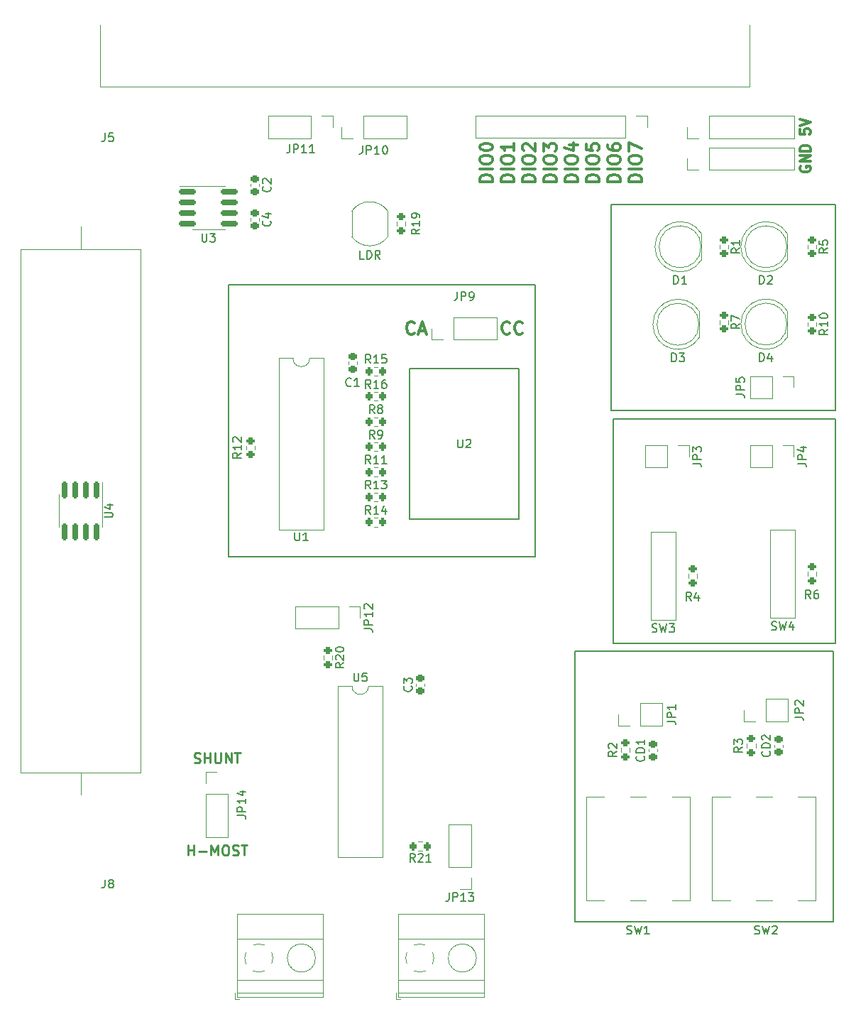
<source format=gbr>
%TF.GenerationSoftware,KiCad,Pcbnew,(6.0.7)*%
%TF.CreationDate,2022-09-06T17:39:21+02:00*%
%TF.ProjectId,myDAQExpansionBoard,6d794441-5145-4787-9061-6e73696f6e42,rev?*%
%TF.SameCoordinates,Original*%
%TF.FileFunction,Legend,Top*%
%TF.FilePolarity,Positive*%
%FSLAX46Y46*%
G04 Gerber Fmt 4.6, Leading zero omitted, Abs format (unit mm)*
G04 Created by KiCad (PCBNEW (6.0.7)) date 2022-09-06 17:39:21*
%MOMM*%
%LPD*%
G01*
G04 APERTURE LIST*
G04 Aperture macros list*
%AMRoundRect*
0 Rectangle with rounded corners*
0 $1 Rounding radius*
0 $2 $3 $4 $5 $6 $7 $8 $9 X,Y pos of 4 corners*
0 Add a 4 corners polygon primitive as box body*
4,1,4,$2,$3,$4,$5,$6,$7,$8,$9,$2,$3,0*
0 Add four circle primitives for the rounded corners*
1,1,$1+$1,$2,$3*
1,1,$1+$1,$4,$5*
1,1,$1+$1,$6,$7*
1,1,$1+$1,$8,$9*
0 Add four rect primitives between the rounded corners*
20,1,$1+$1,$2,$3,$4,$5,0*
20,1,$1+$1,$4,$5,$6,$7,0*
20,1,$1+$1,$6,$7,$8,$9,0*
20,1,$1+$1,$8,$9,$2,$3,0*%
G04 Aperture macros list end*
%ADD10C,0.150000*%
%ADD11C,0.250000*%
%ADD12C,0.300000*%
%ADD13C,0.120000*%
%ADD14C,0.200000*%
%ADD15RoundRect,0.200000X-0.200000X-0.275000X0.200000X-0.275000X0.200000X0.275000X-0.200000X0.275000X0*%
%ADD16C,6.400000*%
%ADD17C,0.800000*%
%ADD18R,1.800000X1.800000*%
%ADD19C,1.800000*%
%ADD20O,2.500000X3.000000*%
%ADD21RoundRect,0.225000X0.250000X-0.225000X0.250000X0.225000X-0.250000X0.225000X-0.250000X-0.225000X0*%
%ADD22R,1.700000X1.700000*%
%ADD23O,1.700000X1.700000*%
%ADD24RoundRect,0.200000X-0.275000X0.200000X-0.275000X-0.200000X0.275000X-0.200000X0.275000X0.200000X0*%
%ADD25R,2.600000X2.600000*%
%ADD26C,2.600000*%
%ADD27RoundRect,0.225000X-0.250000X0.225000X-0.250000X-0.225000X0.250000X-0.225000X0.250000X0.225000X0*%
%ADD28RoundRect,0.200000X0.200000X0.275000X-0.200000X0.275000X-0.200000X-0.275000X0.200000X-0.275000X0*%
%ADD29C,2.300000*%
%ADD30RoundRect,0.150000X-0.825000X-0.150000X0.825000X-0.150000X0.825000X0.150000X-0.825000X0.150000X0*%
%ADD31R,1.600000X1.600000*%
%ADD32O,1.600000X1.600000*%
%ADD33C,1.500000*%
%ADD34C,2.000000*%
%ADD35RoundRect,0.200000X0.275000X-0.200000X0.275000X0.200000X-0.275000X0.200000X-0.275000X-0.200000X0*%
%ADD36RoundRect,0.150000X-0.150000X0.825000X-0.150000X-0.825000X0.150000X-0.825000X0.150000X0.825000X0*%
%ADD37C,5.000000*%
%ADD38C,3.000000*%
G04 APERTURE END LIST*
D10*
X103250000Y-77250000D02*
X66650000Y-77250000D01*
X66650000Y-77250000D02*
X66650000Y-109750000D01*
X66650000Y-109750000D02*
X103250000Y-109750000D01*
X103250000Y-109750000D02*
X103250000Y-77250000D01*
X139000000Y-93250000D02*
X112500000Y-93250000D01*
X112500000Y-93250000D02*
X112500000Y-120000000D01*
X112500000Y-120000000D02*
X139000000Y-120000000D01*
X139000000Y-120000000D02*
X139000000Y-93250000D01*
X138750000Y-121000000D02*
X108000000Y-121000000D01*
X108000000Y-121000000D02*
X108000000Y-153250000D01*
X108000000Y-153250000D02*
X138750000Y-153250000D01*
X138750000Y-153250000D02*
X138750000Y-121000000D01*
X139000000Y-67750000D02*
X112250000Y-67750000D01*
X112250000Y-67750000D02*
X112250000Y-92250000D01*
X112250000Y-92250000D02*
X139000000Y-92250000D01*
X139000000Y-92250000D02*
X139000000Y-67750000D01*
X82809523Y-74202380D02*
X82333333Y-74202380D01*
X82333333Y-73202380D01*
X83142857Y-74202380D02*
X83142857Y-73202380D01*
X83380952Y-73202380D01*
X83523809Y-73250000D01*
X83619047Y-73345238D01*
X83666666Y-73440476D01*
X83714285Y-73630952D01*
X83714285Y-73773809D01*
X83666666Y-73964285D01*
X83619047Y-74059523D01*
X83523809Y-74154761D01*
X83380952Y-74202380D01*
X83142857Y-74202380D01*
X84714285Y-74202380D02*
X84380952Y-73726190D01*
X84142857Y-74202380D02*
X84142857Y-73202380D01*
X84523809Y-73202380D01*
X84619047Y-73250000D01*
X84666666Y-73297619D01*
X84714285Y-73392857D01*
X84714285Y-73535714D01*
X84666666Y-73630952D01*
X84619047Y-73678571D01*
X84523809Y-73726190D01*
X84142857Y-73726190D01*
D11*
X62564285Y-134235714D02*
X62735714Y-134292857D01*
X63021428Y-134292857D01*
X63135714Y-134235714D01*
X63192857Y-134178571D01*
X63250000Y-134064285D01*
X63250000Y-133950000D01*
X63192857Y-133835714D01*
X63135714Y-133778571D01*
X63021428Y-133721428D01*
X62792857Y-133664285D01*
X62678571Y-133607142D01*
X62621428Y-133550000D01*
X62564285Y-133435714D01*
X62564285Y-133321428D01*
X62621428Y-133207142D01*
X62678571Y-133150000D01*
X62792857Y-133092857D01*
X63078571Y-133092857D01*
X63250000Y-133150000D01*
X63764285Y-134292857D02*
X63764285Y-133092857D01*
X63764285Y-133664285D02*
X64450000Y-133664285D01*
X64450000Y-134292857D02*
X64450000Y-133092857D01*
X65021428Y-133092857D02*
X65021428Y-134064285D01*
X65078571Y-134178571D01*
X65135714Y-134235714D01*
X65250000Y-134292857D01*
X65478571Y-134292857D01*
X65592857Y-134235714D01*
X65650000Y-134178571D01*
X65707142Y-134064285D01*
X65707142Y-133092857D01*
X66278571Y-134292857D02*
X66278571Y-133092857D01*
X66964285Y-134292857D01*
X66964285Y-133092857D01*
X67364285Y-133092857D02*
X68050000Y-133092857D01*
X67707142Y-134292857D02*
X67707142Y-133092857D01*
D12*
X110848571Y-65000000D02*
X109348571Y-65000000D01*
X109348571Y-64642857D01*
X109420000Y-64428571D01*
X109562857Y-64285714D01*
X109705714Y-64214285D01*
X109991428Y-64142857D01*
X110205714Y-64142857D01*
X110491428Y-64214285D01*
X110634285Y-64285714D01*
X110777142Y-64428571D01*
X110848571Y-64642857D01*
X110848571Y-65000000D01*
X110848571Y-63500000D02*
X109348571Y-63500000D01*
X109348571Y-62500000D02*
X109348571Y-62214285D01*
X109420000Y-62071428D01*
X109562857Y-61928571D01*
X109848571Y-61857142D01*
X110348571Y-61857142D01*
X110634285Y-61928571D01*
X110777142Y-62071428D01*
X110848571Y-62214285D01*
X110848571Y-62500000D01*
X110777142Y-62642857D01*
X110634285Y-62785714D01*
X110348571Y-62857142D01*
X109848571Y-62857142D01*
X109562857Y-62785714D01*
X109420000Y-62642857D01*
X109348571Y-62500000D01*
X109348571Y-60500000D02*
X109348571Y-61214285D01*
X110062857Y-61285714D01*
X109991428Y-61214285D01*
X109920000Y-61071428D01*
X109920000Y-60714285D01*
X109991428Y-60571428D01*
X110062857Y-60500000D01*
X110205714Y-60428571D01*
X110562857Y-60428571D01*
X110705714Y-60500000D01*
X110777142Y-60571428D01*
X110848571Y-60714285D01*
X110848571Y-61071428D01*
X110777142Y-61214285D01*
X110705714Y-61285714D01*
X105768571Y-65000000D02*
X104268571Y-65000000D01*
X104268571Y-64642857D01*
X104340000Y-64428571D01*
X104482857Y-64285714D01*
X104625714Y-64214285D01*
X104911428Y-64142857D01*
X105125714Y-64142857D01*
X105411428Y-64214285D01*
X105554285Y-64285714D01*
X105697142Y-64428571D01*
X105768571Y-64642857D01*
X105768571Y-65000000D01*
X105768571Y-63500000D02*
X104268571Y-63500000D01*
X104268571Y-62500000D02*
X104268571Y-62214285D01*
X104340000Y-62071428D01*
X104482857Y-61928571D01*
X104768571Y-61857142D01*
X105268571Y-61857142D01*
X105554285Y-61928571D01*
X105697142Y-62071428D01*
X105768571Y-62214285D01*
X105768571Y-62500000D01*
X105697142Y-62642857D01*
X105554285Y-62785714D01*
X105268571Y-62857142D01*
X104768571Y-62857142D01*
X104482857Y-62785714D01*
X104340000Y-62642857D01*
X104268571Y-62500000D01*
X104268571Y-61357142D02*
X104268571Y-60428571D01*
X104840000Y-60928571D01*
X104840000Y-60714285D01*
X104911428Y-60571428D01*
X104982857Y-60500000D01*
X105125714Y-60428571D01*
X105482857Y-60428571D01*
X105625714Y-60500000D01*
X105697142Y-60571428D01*
X105768571Y-60714285D01*
X105768571Y-61142857D01*
X105697142Y-61285714D01*
X105625714Y-61357142D01*
D11*
X61821428Y-145292857D02*
X61821428Y-144092857D01*
X61821428Y-144664285D02*
X62507142Y-144664285D01*
X62507142Y-145292857D02*
X62507142Y-144092857D01*
X63078571Y-144835714D02*
X63992857Y-144835714D01*
X64564285Y-145292857D02*
X64564285Y-144092857D01*
X64964285Y-144950000D01*
X65364285Y-144092857D01*
X65364285Y-145292857D01*
X66164285Y-144092857D02*
X66392857Y-144092857D01*
X66507142Y-144150000D01*
X66621428Y-144264285D01*
X66678571Y-144492857D01*
X66678571Y-144892857D01*
X66621428Y-145121428D01*
X66507142Y-145235714D01*
X66392857Y-145292857D01*
X66164285Y-145292857D01*
X66050000Y-145235714D01*
X65935714Y-145121428D01*
X65878571Y-144892857D01*
X65878571Y-144492857D01*
X65935714Y-144264285D01*
X66050000Y-144150000D01*
X66164285Y-144092857D01*
X67135714Y-145235714D02*
X67307142Y-145292857D01*
X67592857Y-145292857D01*
X67707142Y-145235714D01*
X67764285Y-145178571D01*
X67821428Y-145064285D01*
X67821428Y-144950000D01*
X67764285Y-144835714D01*
X67707142Y-144778571D01*
X67592857Y-144721428D01*
X67364285Y-144664285D01*
X67250000Y-144607142D01*
X67192857Y-144550000D01*
X67135714Y-144435714D01*
X67135714Y-144321428D01*
X67192857Y-144207142D01*
X67250000Y-144150000D01*
X67364285Y-144092857D01*
X67650000Y-144092857D01*
X67821428Y-144150000D01*
X68164285Y-144092857D02*
X68850000Y-144092857D01*
X68507142Y-145292857D02*
X68507142Y-144092857D01*
D12*
X98148571Y-65000000D02*
X96648571Y-65000000D01*
X96648571Y-64642857D01*
X96720000Y-64428571D01*
X96862857Y-64285714D01*
X97005714Y-64214285D01*
X97291428Y-64142857D01*
X97505714Y-64142857D01*
X97791428Y-64214285D01*
X97934285Y-64285714D01*
X98077142Y-64428571D01*
X98148571Y-64642857D01*
X98148571Y-65000000D01*
X98148571Y-63500000D02*
X96648571Y-63500000D01*
X96648571Y-62500000D02*
X96648571Y-62214285D01*
X96720000Y-62071428D01*
X96862857Y-61928571D01*
X97148571Y-61857142D01*
X97648571Y-61857142D01*
X97934285Y-61928571D01*
X98077142Y-62071428D01*
X98148571Y-62214285D01*
X98148571Y-62500000D01*
X98077142Y-62642857D01*
X97934285Y-62785714D01*
X97648571Y-62857142D01*
X97148571Y-62857142D01*
X96862857Y-62785714D01*
X96720000Y-62642857D01*
X96648571Y-62500000D01*
X96648571Y-60928571D02*
X96648571Y-60785714D01*
X96720000Y-60642857D01*
X96791428Y-60571428D01*
X96934285Y-60500000D01*
X97220000Y-60428571D01*
X97577142Y-60428571D01*
X97862857Y-60500000D01*
X98005714Y-60571428D01*
X98077142Y-60642857D01*
X98148571Y-60785714D01*
X98148571Y-60928571D01*
X98077142Y-61071428D01*
X98005714Y-61142857D01*
X97862857Y-61214285D01*
X97577142Y-61285714D01*
X97220000Y-61285714D01*
X96934285Y-61214285D01*
X96791428Y-61142857D01*
X96720000Y-61071428D01*
X96648571Y-60928571D01*
X103228571Y-65000000D02*
X101728571Y-65000000D01*
X101728571Y-64642857D01*
X101800000Y-64428571D01*
X101942857Y-64285714D01*
X102085714Y-64214285D01*
X102371428Y-64142857D01*
X102585714Y-64142857D01*
X102871428Y-64214285D01*
X103014285Y-64285714D01*
X103157142Y-64428571D01*
X103228571Y-64642857D01*
X103228571Y-65000000D01*
X103228571Y-63500000D02*
X101728571Y-63500000D01*
X101728571Y-62500000D02*
X101728571Y-62214285D01*
X101800000Y-62071428D01*
X101942857Y-61928571D01*
X102228571Y-61857142D01*
X102728571Y-61857142D01*
X103014285Y-61928571D01*
X103157142Y-62071428D01*
X103228571Y-62214285D01*
X103228571Y-62500000D01*
X103157142Y-62642857D01*
X103014285Y-62785714D01*
X102728571Y-62857142D01*
X102228571Y-62857142D01*
X101942857Y-62785714D01*
X101800000Y-62642857D01*
X101728571Y-62500000D01*
X101871428Y-61285714D02*
X101800000Y-61214285D01*
X101728571Y-61071428D01*
X101728571Y-60714285D01*
X101800000Y-60571428D01*
X101871428Y-60500000D01*
X102014285Y-60428571D01*
X102157142Y-60428571D01*
X102371428Y-60500000D01*
X103228571Y-61357142D01*
X103228571Y-60428571D01*
X108308571Y-65000000D02*
X106808571Y-65000000D01*
X106808571Y-64642857D01*
X106880000Y-64428571D01*
X107022857Y-64285714D01*
X107165714Y-64214285D01*
X107451428Y-64142857D01*
X107665714Y-64142857D01*
X107951428Y-64214285D01*
X108094285Y-64285714D01*
X108237142Y-64428571D01*
X108308571Y-64642857D01*
X108308571Y-65000000D01*
X108308571Y-63500000D02*
X106808571Y-63500000D01*
X106808571Y-62500000D02*
X106808571Y-62214285D01*
X106880000Y-62071428D01*
X107022857Y-61928571D01*
X107308571Y-61857142D01*
X107808571Y-61857142D01*
X108094285Y-61928571D01*
X108237142Y-62071428D01*
X108308571Y-62214285D01*
X108308571Y-62500000D01*
X108237142Y-62642857D01*
X108094285Y-62785714D01*
X107808571Y-62857142D01*
X107308571Y-62857142D01*
X107022857Y-62785714D01*
X106880000Y-62642857D01*
X106808571Y-62500000D01*
X107308571Y-60571428D02*
X108308571Y-60571428D01*
X106737142Y-60928571D02*
X107808571Y-61285714D01*
X107808571Y-60357142D01*
X115928571Y-65000000D02*
X114428571Y-65000000D01*
X114428571Y-64642857D01*
X114500000Y-64428571D01*
X114642857Y-64285714D01*
X114785714Y-64214285D01*
X115071428Y-64142857D01*
X115285714Y-64142857D01*
X115571428Y-64214285D01*
X115714285Y-64285714D01*
X115857142Y-64428571D01*
X115928571Y-64642857D01*
X115928571Y-65000000D01*
X115928571Y-63500000D02*
X114428571Y-63500000D01*
X114428571Y-62500000D02*
X114428571Y-62214285D01*
X114500000Y-62071428D01*
X114642857Y-61928571D01*
X114928571Y-61857142D01*
X115428571Y-61857142D01*
X115714285Y-61928571D01*
X115857142Y-62071428D01*
X115928571Y-62214285D01*
X115928571Y-62500000D01*
X115857142Y-62642857D01*
X115714285Y-62785714D01*
X115428571Y-62857142D01*
X114928571Y-62857142D01*
X114642857Y-62785714D01*
X114500000Y-62642857D01*
X114428571Y-62500000D01*
X114428571Y-61357142D02*
X114428571Y-60357142D01*
X115928571Y-61000000D01*
X134842857Y-58728571D02*
X134842857Y-59300000D01*
X135414285Y-59357142D01*
X135357142Y-59300000D01*
X135300000Y-59185714D01*
X135300000Y-58900000D01*
X135357142Y-58785714D01*
X135414285Y-58728571D01*
X135528571Y-58671428D01*
X135814285Y-58671428D01*
X135928571Y-58728571D01*
X135985714Y-58785714D01*
X136042857Y-58900000D01*
X136042857Y-59185714D01*
X135985714Y-59300000D01*
X135928571Y-59357142D01*
X134842857Y-58328571D02*
X136042857Y-57928571D01*
X134842857Y-57528571D01*
X88803928Y-83035714D02*
X88732500Y-83107142D01*
X88518214Y-83178571D01*
X88375357Y-83178571D01*
X88161071Y-83107142D01*
X88018214Y-82964285D01*
X87946785Y-82821428D01*
X87875357Y-82535714D01*
X87875357Y-82321428D01*
X87946785Y-82035714D01*
X88018214Y-81892857D01*
X88161071Y-81750000D01*
X88375357Y-81678571D01*
X88518214Y-81678571D01*
X88732500Y-81750000D01*
X88803928Y-81821428D01*
X89375357Y-82750000D02*
X90089642Y-82750000D01*
X89232500Y-83178571D02*
X89732500Y-81678571D01*
X90232500Y-83178571D01*
X113388571Y-65000000D02*
X111888571Y-65000000D01*
X111888571Y-64642857D01*
X111960000Y-64428571D01*
X112102857Y-64285714D01*
X112245714Y-64214285D01*
X112531428Y-64142857D01*
X112745714Y-64142857D01*
X113031428Y-64214285D01*
X113174285Y-64285714D01*
X113317142Y-64428571D01*
X113388571Y-64642857D01*
X113388571Y-65000000D01*
X113388571Y-63500000D02*
X111888571Y-63500000D01*
X111888571Y-62500000D02*
X111888571Y-62214285D01*
X111960000Y-62071428D01*
X112102857Y-61928571D01*
X112388571Y-61857142D01*
X112888571Y-61857142D01*
X113174285Y-61928571D01*
X113317142Y-62071428D01*
X113388571Y-62214285D01*
X113388571Y-62500000D01*
X113317142Y-62642857D01*
X113174285Y-62785714D01*
X112888571Y-62857142D01*
X112388571Y-62857142D01*
X112102857Y-62785714D01*
X111960000Y-62642857D01*
X111888571Y-62500000D01*
X111888571Y-60571428D02*
X111888571Y-60857142D01*
X111960000Y-61000000D01*
X112031428Y-61071428D01*
X112245714Y-61214285D01*
X112531428Y-61285714D01*
X113102857Y-61285714D01*
X113245714Y-61214285D01*
X113317142Y-61142857D01*
X113388571Y-61000000D01*
X113388571Y-60714285D01*
X113317142Y-60571428D01*
X113245714Y-60500000D01*
X113102857Y-60428571D01*
X112745714Y-60428571D01*
X112602857Y-60500000D01*
X112531428Y-60571428D01*
X112460000Y-60714285D01*
X112460000Y-61000000D01*
X112531428Y-61142857D01*
X112602857Y-61214285D01*
X112745714Y-61285714D01*
X134900000Y-63164285D02*
X134842857Y-63278571D01*
X134842857Y-63450000D01*
X134900000Y-63621428D01*
X135014285Y-63735714D01*
X135128571Y-63792857D01*
X135357142Y-63850000D01*
X135528571Y-63850000D01*
X135757142Y-63792857D01*
X135871428Y-63735714D01*
X135985714Y-63621428D01*
X136042857Y-63450000D01*
X136042857Y-63335714D01*
X135985714Y-63164285D01*
X135928571Y-63107142D01*
X135528571Y-63107142D01*
X135528571Y-63335714D01*
X136042857Y-62592857D02*
X134842857Y-62592857D01*
X136042857Y-61907142D01*
X134842857Y-61907142D01*
X136042857Y-61335714D02*
X134842857Y-61335714D01*
X134842857Y-61050000D01*
X134900000Y-60878571D01*
X135014285Y-60764285D01*
X135128571Y-60707142D01*
X135357142Y-60650000D01*
X135528571Y-60650000D01*
X135757142Y-60707142D01*
X135871428Y-60764285D01*
X135985714Y-60878571D01*
X136042857Y-61050000D01*
X136042857Y-61335714D01*
X100688571Y-65000000D02*
X99188571Y-65000000D01*
X99188571Y-64642857D01*
X99260000Y-64428571D01*
X99402857Y-64285714D01*
X99545714Y-64214285D01*
X99831428Y-64142857D01*
X100045714Y-64142857D01*
X100331428Y-64214285D01*
X100474285Y-64285714D01*
X100617142Y-64428571D01*
X100688571Y-64642857D01*
X100688571Y-65000000D01*
X100688571Y-63500000D02*
X99188571Y-63500000D01*
X99188571Y-62500000D02*
X99188571Y-62214285D01*
X99260000Y-62071428D01*
X99402857Y-61928571D01*
X99688571Y-61857142D01*
X100188571Y-61857142D01*
X100474285Y-61928571D01*
X100617142Y-62071428D01*
X100688571Y-62214285D01*
X100688571Y-62500000D01*
X100617142Y-62642857D01*
X100474285Y-62785714D01*
X100188571Y-62857142D01*
X99688571Y-62857142D01*
X99402857Y-62785714D01*
X99260000Y-62642857D01*
X99188571Y-62500000D01*
X100688571Y-60428571D02*
X100688571Y-61285714D01*
X100688571Y-60857142D02*
X99188571Y-60857142D01*
X99402857Y-61000000D01*
X99545714Y-61142857D01*
X99617142Y-61285714D01*
X100196785Y-83035714D02*
X100125357Y-83107142D01*
X99911071Y-83178571D01*
X99768214Y-83178571D01*
X99553928Y-83107142D01*
X99411071Y-82964285D01*
X99339642Y-82821428D01*
X99268214Y-82535714D01*
X99268214Y-82321428D01*
X99339642Y-82035714D01*
X99411071Y-81892857D01*
X99553928Y-81750000D01*
X99768214Y-81678571D01*
X99911071Y-81678571D01*
X100125357Y-81750000D01*
X100196785Y-81821428D01*
X101696785Y-83035714D02*
X101625357Y-83107142D01*
X101411071Y-83178571D01*
X101268214Y-83178571D01*
X101053928Y-83107142D01*
X100911071Y-82964285D01*
X100839642Y-82821428D01*
X100768214Y-82535714D01*
X100768214Y-82321428D01*
X100839642Y-82035714D01*
X100911071Y-81892857D01*
X101053928Y-81750000D01*
X101268214Y-81678571D01*
X101411071Y-81678571D01*
X101625357Y-81750000D01*
X101696785Y-81821428D01*
D10*
%TO.C,R11*%
X83589642Y-98622380D02*
X83256309Y-98146190D01*
X83018214Y-98622380D02*
X83018214Y-97622380D01*
X83399166Y-97622380D01*
X83494404Y-97670000D01*
X83542023Y-97717619D01*
X83589642Y-97812857D01*
X83589642Y-97955714D01*
X83542023Y-98050952D01*
X83494404Y-98098571D01*
X83399166Y-98146190D01*
X83018214Y-98146190D01*
X84542023Y-98622380D02*
X83970595Y-98622380D01*
X84256309Y-98622380D02*
X84256309Y-97622380D01*
X84161071Y-97765238D01*
X84065833Y-97860476D01*
X83970595Y-97908095D01*
X85494404Y-98622380D02*
X84922976Y-98622380D01*
X85208690Y-98622380D02*
X85208690Y-97622380D01*
X85113452Y-97765238D01*
X85018214Y-97860476D01*
X84922976Y-97908095D01*
%TO.C,D4*%
X129986904Y-86427380D02*
X129986904Y-85427380D01*
X130225000Y-85427380D01*
X130367857Y-85475000D01*
X130463095Y-85570238D01*
X130510714Y-85665476D01*
X130558333Y-85855952D01*
X130558333Y-85998809D01*
X130510714Y-86189285D01*
X130463095Y-86284523D01*
X130367857Y-86379761D01*
X130225000Y-86427380D01*
X129986904Y-86427380D01*
X131415476Y-85760714D02*
X131415476Y-86427380D01*
X131177380Y-85379761D02*
X130939285Y-86094047D01*
X131558333Y-86094047D01*
%TO.C,SW1*%
X114166666Y-154654761D02*
X114309523Y-154702380D01*
X114547619Y-154702380D01*
X114642857Y-154654761D01*
X114690476Y-154607142D01*
X114738095Y-154511904D01*
X114738095Y-154416666D01*
X114690476Y-154321428D01*
X114642857Y-154273809D01*
X114547619Y-154226190D01*
X114357142Y-154178571D01*
X114261904Y-154130952D01*
X114214285Y-154083333D01*
X114166666Y-153988095D01*
X114166666Y-153892857D01*
X114214285Y-153797619D01*
X114261904Y-153750000D01*
X114357142Y-153702380D01*
X114595238Y-153702380D01*
X114738095Y-153750000D01*
X115071428Y-153702380D02*
X115309523Y-154702380D01*
X115500000Y-153988095D01*
X115690476Y-154702380D01*
X115928571Y-153702380D01*
X116833333Y-154702380D02*
X116261904Y-154702380D01*
X116547619Y-154702380D02*
X116547619Y-153702380D01*
X116452380Y-153845238D01*
X116357142Y-153940476D01*
X116261904Y-153988095D01*
%TO.C,CD2*%
X131177142Y-132916666D02*
X131224761Y-132964285D01*
X131272380Y-133107142D01*
X131272380Y-133202380D01*
X131224761Y-133345238D01*
X131129523Y-133440476D01*
X131034285Y-133488095D01*
X130843809Y-133535714D01*
X130700952Y-133535714D01*
X130510476Y-133488095D01*
X130415238Y-133440476D01*
X130320000Y-133345238D01*
X130272380Y-133202380D01*
X130272380Y-133107142D01*
X130320000Y-132964285D01*
X130367619Y-132916666D01*
X131272380Y-132488095D02*
X130272380Y-132488095D01*
X130272380Y-132250000D01*
X130320000Y-132107142D01*
X130415238Y-132011904D01*
X130510476Y-131964285D01*
X130700952Y-131916666D01*
X130843809Y-131916666D01*
X131034285Y-131964285D01*
X131129523Y-132011904D01*
X131224761Y-132107142D01*
X131272380Y-132250000D01*
X131272380Y-132488095D01*
X130367619Y-131535714D02*
X130320000Y-131488095D01*
X130272380Y-131392857D01*
X130272380Y-131154761D01*
X130320000Y-131059523D01*
X130367619Y-131011904D01*
X130462857Y-130964285D01*
X130558095Y-130964285D01*
X130700952Y-131011904D01*
X131272380Y-131583333D01*
X131272380Y-130964285D01*
%TO.C,JP5*%
X127177380Y-90333333D02*
X127891666Y-90333333D01*
X128034523Y-90380952D01*
X128129761Y-90476190D01*
X128177380Y-90619047D01*
X128177380Y-90714285D01*
X128177380Y-89857142D02*
X127177380Y-89857142D01*
X127177380Y-89476190D01*
X127225000Y-89380952D01*
X127272619Y-89333333D01*
X127367857Y-89285714D01*
X127510714Y-89285714D01*
X127605952Y-89333333D01*
X127653571Y-89380952D01*
X127701190Y-89476190D01*
X127701190Y-89857142D01*
X127177380Y-88380952D02*
X127177380Y-88857142D01*
X127653571Y-88904761D01*
X127605952Y-88857142D01*
X127558333Y-88761904D01*
X127558333Y-88523809D01*
X127605952Y-88428571D01*
X127653571Y-88380952D01*
X127748809Y-88333333D01*
X127986904Y-88333333D01*
X128082142Y-88380952D01*
X128129761Y-88428571D01*
X128177380Y-88523809D01*
X128177380Y-88761904D01*
X128129761Y-88857142D01*
X128082142Y-88904761D01*
%TO.C,C3*%
X88452142Y-125141666D02*
X88499761Y-125189285D01*
X88547380Y-125332142D01*
X88547380Y-125427380D01*
X88499761Y-125570238D01*
X88404523Y-125665476D01*
X88309285Y-125713095D01*
X88118809Y-125760714D01*
X87975952Y-125760714D01*
X87785476Y-125713095D01*
X87690238Y-125665476D01*
X87595000Y-125570238D01*
X87547380Y-125427380D01*
X87547380Y-125332142D01*
X87595000Y-125189285D01*
X87642619Y-125141666D01*
X87547380Y-124808333D02*
X87547380Y-124189285D01*
X87928333Y-124522619D01*
X87928333Y-124379761D01*
X87975952Y-124284523D01*
X88023571Y-124236904D01*
X88118809Y-124189285D01*
X88356904Y-124189285D01*
X88452142Y-124236904D01*
X88499761Y-124284523D01*
X88547380Y-124379761D01*
X88547380Y-124665476D01*
X88499761Y-124760714D01*
X88452142Y-124808333D01*
%TO.C,SW4*%
X131416666Y-118404761D02*
X131559523Y-118452380D01*
X131797619Y-118452380D01*
X131892857Y-118404761D01*
X131940476Y-118357142D01*
X131988095Y-118261904D01*
X131988095Y-118166666D01*
X131940476Y-118071428D01*
X131892857Y-118023809D01*
X131797619Y-117976190D01*
X131607142Y-117928571D01*
X131511904Y-117880952D01*
X131464285Y-117833333D01*
X131416666Y-117738095D01*
X131416666Y-117642857D01*
X131464285Y-117547619D01*
X131511904Y-117500000D01*
X131607142Y-117452380D01*
X131845238Y-117452380D01*
X131988095Y-117500000D01*
X132321428Y-117452380D02*
X132559523Y-118452380D01*
X132750000Y-117738095D01*
X132940476Y-118452380D01*
X133178571Y-117452380D01*
X133988095Y-117785714D02*
X133988095Y-118452380D01*
X133750000Y-117404761D02*
X133511904Y-118119047D01*
X134130952Y-118119047D01*
%TO.C,JP10*%
X82640476Y-60702380D02*
X82640476Y-61416666D01*
X82592857Y-61559523D01*
X82497619Y-61654761D01*
X82354761Y-61702380D01*
X82259523Y-61702380D01*
X83116666Y-61702380D02*
X83116666Y-60702380D01*
X83497619Y-60702380D01*
X83592857Y-60750000D01*
X83640476Y-60797619D01*
X83688095Y-60892857D01*
X83688095Y-61035714D01*
X83640476Y-61130952D01*
X83592857Y-61178571D01*
X83497619Y-61226190D01*
X83116666Y-61226190D01*
X84640476Y-61702380D02*
X84069047Y-61702380D01*
X84354761Y-61702380D02*
X84354761Y-60702380D01*
X84259523Y-60845238D01*
X84164285Y-60940476D01*
X84069047Y-60988095D01*
X85259523Y-60702380D02*
X85354761Y-60702380D01*
X85450000Y-60750000D01*
X85497619Y-60797619D01*
X85545238Y-60892857D01*
X85592857Y-61083333D01*
X85592857Y-61321428D01*
X85545238Y-61511904D01*
X85497619Y-61607142D01*
X85450000Y-61654761D01*
X85354761Y-61702380D01*
X85259523Y-61702380D01*
X85164285Y-61654761D01*
X85116666Y-61607142D01*
X85069047Y-61511904D01*
X85021428Y-61321428D01*
X85021428Y-61083333D01*
X85069047Y-60892857D01*
X85116666Y-60797619D01*
X85164285Y-60750000D01*
X85259523Y-60702380D01*
%TO.C,R3*%
X127952380Y-132416666D02*
X127476190Y-132750000D01*
X127952380Y-132988095D02*
X126952380Y-132988095D01*
X126952380Y-132607142D01*
X127000000Y-132511904D01*
X127047619Y-132464285D01*
X127142857Y-132416666D01*
X127285714Y-132416666D01*
X127380952Y-132464285D01*
X127428571Y-132511904D01*
X127476190Y-132607142D01*
X127476190Y-132988095D01*
X126952380Y-132083333D02*
X126952380Y-131464285D01*
X127333333Y-131797619D01*
X127333333Y-131654761D01*
X127380952Y-131559523D01*
X127428571Y-131511904D01*
X127523809Y-131464285D01*
X127761904Y-131464285D01*
X127857142Y-131511904D01*
X127904761Y-131559523D01*
X127952380Y-131654761D01*
X127952380Y-131940476D01*
X127904761Y-132035714D01*
X127857142Y-132083333D01*
%TO.C,JP1*%
X118952380Y-129333333D02*
X119666666Y-129333333D01*
X119809523Y-129380952D01*
X119904761Y-129476190D01*
X119952380Y-129619047D01*
X119952380Y-129714285D01*
X119952380Y-128857142D02*
X118952380Y-128857142D01*
X118952380Y-128476190D01*
X119000000Y-128380952D01*
X119047619Y-128333333D01*
X119142857Y-128285714D01*
X119285714Y-128285714D01*
X119380952Y-128333333D01*
X119428571Y-128380952D01*
X119476190Y-128476190D01*
X119476190Y-128857142D01*
X119952380Y-127333333D02*
X119952380Y-127904761D01*
X119952380Y-127619047D02*
X118952380Y-127619047D01*
X119095238Y-127714285D01*
X119190476Y-127809523D01*
X119238095Y-127904761D01*
%TO.C,SW2*%
X129416666Y-154654761D02*
X129559523Y-154702380D01*
X129797619Y-154702380D01*
X129892857Y-154654761D01*
X129940476Y-154607142D01*
X129988095Y-154511904D01*
X129988095Y-154416666D01*
X129940476Y-154321428D01*
X129892857Y-154273809D01*
X129797619Y-154226190D01*
X129607142Y-154178571D01*
X129511904Y-154130952D01*
X129464285Y-154083333D01*
X129416666Y-153988095D01*
X129416666Y-153892857D01*
X129464285Y-153797619D01*
X129511904Y-153750000D01*
X129607142Y-153702380D01*
X129845238Y-153702380D01*
X129988095Y-153750000D01*
X130321428Y-153702380D02*
X130559523Y-154702380D01*
X130750000Y-153988095D01*
X130940476Y-154702380D01*
X131178571Y-153702380D01*
X131511904Y-153797619D02*
X131559523Y-153750000D01*
X131654761Y-153702380D01*
X131892857Y-153702380D01*
X131988095Y-153750000D01*
X132035714Y-153797619D01*
X132083333Y-153892857D01*
X132083333Y-153988095D01*
X132035714Y-154130952D01*
X131464285Y-154702380D01*
X132083333Y-154702380D01*
%TO.C,JP14*%
X67702380Y-140559523D02*
X68416666Y-140559523D01*
X68559523Y-140607142D01*
X68654761Y-140702380D01*
X68702380Y-140845238D01*
X68702380Y-140940476D01*
X68702380Y-140083333D02*
X67702380Y-140083333D01*
X67702380Y-139702380D01*
X67750000Y-139607142D01*
X67797619Y-139559523D01*
X67892857Y-139511904D01*
X68035714Y-139511904D01*
X68130952Y-139559523D01*
X68178571Y-139607142D01*
X68226190Y-139702380D01*
X68226190Y-140083333D01*
X68702380Y-138559523D02*
X68702380Y-139130952D01*
X68702380Y-138845238D02*
X67702380Y-138845238D01*
X67845238Y-138940476D01*
X67940476Y-139035714D01*
X67988095Y-139130952D01*
X68035714Y-137702380D02*
X68702380Y-137702380D01*
X67654761Y-137940476D02*
X68369047Y-138178571D01*
X68369047Y-137559523D01*
%TO.C,C4*%
X71607142Y-69666666D02*
X71654761Y-69714285D01*
X71702380Y-69857142D01*
X71702380Y-69952380D01*
X71654761Y-70095238D01*
X71559523Y-70190476D01*
X71464285Y-70238095D01*
X71273809Y-70285714D01*
X71130952Y-70285714D01*
X70940476Y-70238095D01*
X70845238Y-70190476D01*
X70750000Y-70095238D01*
X70702380Y-69952380D01*
X70702380Y-69857142D01*
X70750000Y-69714285D01*
X70797619Y-69666666D01*
X71035714Y-68809523D02*
X71702380Y-68809523D01*
X70654761Y-69047619D02*
X71369047Y-69285714D01*
X71369047Y-68666666D01*
%TO.C,D2*%
X129986904Y-77202380D02*
X129986904Y-76202380D01*
X130225000Y-76202380D01*
X130367857Y-76250000D01*
X130463095Y-76345238D01*
X130510714Y-76440476D01*
X130558333Y-76630952D01*
X130558333Y-76773809D01*
X130510714Y-76964285D01*
X130463095Y-77059523D01*
X130367857Y-77154761D01*
X130225000Y-77202380D01*
X129986904Y-77202380D01*
X130939285Y-76297619D02*
X130986904Y-76250000D01*
X131082142Y-76202380D01*
X131320238Y-76202380D01*
X131415476Y-76250000D01*
X131463095Y-76297619D01*
X131510714Y-76392857D01*
X131510714Y-76488095D01*
X131463095Y-76630952D01*
X130891666Y-77202380D01*
X131510714Y-77202380D01*
%TO.C,R21*%
X88882142Y-146107380D02*
X88548809Y-145631190D01*
X88310714Y-146107380D02*
X88310714Y-145107380D01*
X88691666Y-145107380D01*
X88786904Y-145155000D01*
X88834523Y-145202619D01*
X88882142Y-145297857D01*
X88882142Y-145440714D01*
X88834523Y-145535952D01*
X88786904Y-145583571D01*
X88691666Y-145631190D01*
X88310714Y-145631190D01*
X89263095Y-145202619D02*
X89310714Y-145155000D01*
X89405952Y-145107380D01*
X89644047Y-145107380D01*
X89739285Y-145155000D01*
X89786904Y-145202619D01*
X89834523Y-145297857D01*
X89834523Y-145393095D01*
X89786904Y-145535952D01*
X89215476Y-146107380D01*
X89834523Y-146107380D01*
X90786904Y-146107380D02*
X90215476Y-146107380D01*
X90501190Y-146107380D02*
X90501190Y-145107380D01*
X90405952Y-145250238D01*
X90310714Y-145345476D01*
X90215476Y-145393095D01*
%TO.C,R13*%
X83589642Y-101622380D02*
X83256309Y-101146190D01*
X83018214Y-101622380D02*
X83018214Y-100622380D01*
X83399166Y-100622380D01*
X83494404Y-100670000D01*
X83542023Y-100717619D01*
X83589642Y-100812857D01*
X83589642Y-100955714D01*
X83542023Y-101050952D01*
X83494404Y-101098571D01*
X83399166Y-101146190D01*
X83018214Y-101146190D01*
X84542023Y-101622380D02*
X83970595Y-101622380D01*
X84256309Y-101622380D02*
X84256309Y-100622380D01*
X84161071Y-100765238D01*
X84065833Y-100860476D01*
X83970595Y-100908095D01*
X84875357Y-100622380D02*
X85494404Y-100622380D01*
X85161071Y-101003333D01*
X85303928Y-101003333D01*
X85399166Y-101050952D01*
X85446785Y-101098571D01*
X85494404Y-101193809D01*
X85494404Y-101431904D01*
X85446785Y-101527142D01*
X85399166Y-101574761D01*
X85303928Y-101622380D01*
X85018214Y-101622380D01*
X84922976Y-101574761D01*
X84875357Y-101527142D01*
%TO.C,R8*%
X84065833Y-92622380D02*
X83732500Y-92146190D01*
X83494404Y-92622380D02*
X83494404Y-91622380D01*
X83875357Y-91622380D01*
X83970595Y-91670000D01*
X84018214Y-91717619D01*
X84065833Y-91812857D01*
X84065833Y-91955714D01*
X84018214Y-92050952D01*
X83970595Y-92098571D01*
X83875357Y-92146190D01*
X83494404Y-92146190D01*
X84637261Y-92050952D02*
X84542023Y-92003333D01*
X84494404Y-91955714D01*
X84446785Y-91860476D01*
X84446785Y-91812857D01*
X84494404Y-91717619D01*
X84542023Y-91670000D01*
X84637261Y-91622380D01*
X84827738Y-91622380D01*
X84922976Y-91670000D01*
X84970595Y-91717619D01*
X85018214Y-91812857D01*
X85018214Y-91860476D01*
X84970595Y-91955714D01*
X84922976Y-92003333D01*
X84827738Y-92050952D01*
X84637261Y-92050952D01*
X84542023Y-92098571D01*
X84494404Y-92146190D01*
X84446785Y-92241428D01*
X84446785Y-92431904D01*
X84494404Y-92527142D01*
X84542023Y-92574761D01*
X84637261Y-92622380D01*
X84827738Y-92622380D01*
X84922976Y-92574761D01*
X84970595Y-92527142D01*
X85018214Y-92431904D01*
X85018214Y-92241428D01*
X84970595Y-92146190D01*
X84922976Y-92098571D01*
X84827738Y-92050952D01*
%TO.C,SW3*%
X117166666Y-118654761D02*
X117309523Y-118702380D01*
X117547619Y-118702380D01*
X117642857Y-118654761D01*
X117690476Y-118607142D01*
X117738095Y-118511904D01*
X117738095Y-118416666D01*
X117690476Y-118321428D01*
X117642857Y-118273809D01*
X117547619Y-118226190D01*
X117357142Y-118178571D01*
X117261904Y-118130952D01*
X117214285Y-118083333D01*
X117166666Y-117988095D01*
X117166666Y-117892857D01*
X117214285Y-117797619D01*
X117261904Y-117750000D01*
X117357142Y-117702380D01*
X117595238Y-117702380D01*
X117738095Y-117750000D01*
X118071428Y-117702380D02*
X118309523Y-118702380D01*
X118500000Y-117988095D01*
X118690476Y-118702380D01*
X118928571Y-117702380D01*
X119214285Y-117702380D02*
X119833333Y-117702380D01*
X119500000Y-118083333D01*
X119642857Y-118083333D01*
X119738095Y-118130952D01*
X119785714Y-118178571D01*
X119833333Y-118273809D01*
X119833333Y-118511904D01*
X119785714Y-118607142D01*
X119738095Y-118654761D01*
X119642857Y-118702380D01*
X119357142Y-118702380D01*
X119261904Y-118654761D01*
X119214285Y-118607142D01*
%TO.C,JP12*%
X82807380Y-118284523D02*
X83521666Y-118284523D01*
X83664523Y-118332142D01*
X83759761Y-118427380D01*
X83807380Y-118570238D01*
X83807380Y-118665476D01*
X83807380Y-117808333D02*
X82807380Y-117808333D01*
X82807380Y-117427380D01*
X82855000Y-117332142D01*
X82902619Y-117284523D01*
X82997857Y-117236904D01*
X83140714Y-117236904D01*
X83235952Y-117284523D01*
X83283571Y-117332142D01*
X83331190Y-117427380D01*
X83331190Y-117808333D01*
X83807380Y-116284523D02*
X83807380Y-116855952D01*
X83807380Y-116570238D02*
X82807380Y-116570238D01*
X82950238Y-116665476D01*
X83045476Y-116760714D01*
X83093095Y-116855952D01*
X82902619Y-115903571D02*
X82855000Y-115855952D01*
X82807380Y-115760714D01*
X82807380Y-115522619D01*
X82855000Y-115427380D01*
X82902619Y-115379761D01*
X82997857Y-115332142D01*
X83093095Y-115332142D01*
X83235952Y-115379761D01*
X83807380Y-115951190D01*
X83807380Y-115332142D01*
%TO.C,JP2*%
X134202380Y-128833333D02*
X134916666Y-128833333D01*
X135059523Y-128880952D01*
X135154761Y-128976190D01*
X135202380Y-129119047D01*
X135202380Y-129214285D01*
X135202380Y-128357142D02*
X134202380Y-128357142D01*
X134202380Y-127976190D01*
X134250000Y-127880952D01*
X134297619Y-127833333D01*
X134392857Y-127785714D01*
X134535714Y-127785714D01*
X134630952Y-127833333D01*
X134678571Y-127880952D01*
X134726190Y-127976190D01*
X134726190Y-128357142D01*
X134297619Y-127404761D02*
X134250000Y-127357142D01*
X134202380Y-127261904D01*
X134202380Y-127023809D01*
X134250000Y-126928571D01*
X134297619Y-126880952D01*
X134392857Y-126833333D01*
X134488095Y-126833333D01*
X134630952Y-126880952D01*
X135202380Y-127452380D01*
X135202380Y-126833333D01*
%TO.C,U3*%
X63488095Y-71162380D02*
X63488095Y-71971904D01*
X63535714Y-72067142D01*
X63583333Y-72114761D01*
X63678571Y-72162380D01*
X63869047Y-72162380D01*
X63964285Y-72114761D01*
X64011904Y-72067142D01*
X64059523Y-71971904D01*
X64059523Y-71162380D01*
X64440476Y-71162380D02*
X65059523Y-71162380D01*
X64726190Y-71543333D01*
X64869047Y-71543333D01*
X64964285Y-71590952D01*
X65011904Y-71638571D01*
X65059523Y-71733809D01*
X65059523Y-71971904D01*
X65011904Y-72067142D01*
X64964285Y-72114761D01*
X64869047Y-72162380D01*
X64583333Y-72162380D01*
X64488095Y-72114761D01*
X64440476Y-72067142D01*
%TO.C,JP9*%
X93916666Y-78152380D02*
X93916666Y-78866666D01*
X93869047Y-79009523D01*
X93773809Y-79104761D01*
X93630952Y-79152380D01*
X93535714Y-79152380D01*
X94392857Y-79152380D02*
X94392857Y-78152380D01*
X94773809Y-78152380D01*
X94869047Y-78200000D01*
X94916666Y-78247619D01*
X94964285Y-78342857D01*
X94964285Y-78485714D01*
X94916666Y-78580952D01*
X94869047Y-78628571D01*
X94773809Y-78676190D01*
X94392857Y-78676190D01*
X95440476Y-79152380D02*
X95630952Y-79152380D01*
X95726190Y-79104761D01*
X95773809Y-79057142D01*
X95869047Y-78914285D01*
X95916666Y-78723809D01*
X95916666Y-78342857D01*
X95869047Y-78247619D01*
X95821428Y-78200000D01*
X95726190Y-78152380D01*
X95535714Y-78152380D01*
X95440476Y-78200000D01*
X95392857Y-78247619D01*
X95345238Y-78342857D01*
X95345238Y-78580952D01*
X95392857Y-78676190D01*
X95440476Y-78723809D01*
X95535714Y-78771428D01*
X95726190Y-78771428D01*
X95821428Y-78723809D01*
X95869047Y-78676190D01*
X95916666Y-78580952D01*
%TO.C,U1*%
X74565595Y-106802380D02*
X74565595Y-107611904D01*
X74613214Y-107707142D01*
X74660833Y-107754761D01*
X74756071Y-107802380D01*
X74946547Y-107802380D01*
X75041785Y-107754761D01*
X75089404Y-107707142D01*
X75137023Y-107611904D01*
X75137023Y-106802380D01*
X76137023Y-107802380D02*
X75565595Y-107802380D01*
X75851309Y-107802380D02*
X75851309Y-106802380D01*
X75756071Y-106945238D01*
X75660833Y-107040476D01*
X75565595Y-107088095D01*
%TO.C,JP3*%
X122032380Y-98583333D02*
X122746666Y-98583333D01*
X122889523Y-98630952D01*
X122984761Y-98726190D01*
X123032380Y-98869047D01*
X123032380Y-98964285D01*
X123032380Y-98107142D02*
X122032380Y-98107142D01*
X122032380Y-97726190D01*
X122080000Y-97630952D01*
X122127619Y-97583333D01*
X122222857Y-97535714D01*
X122365714Y-97535714D01*
X122460952Y-97583333D01*
X122508571Y-97630952D01*
X122556190Y-97726190D01*
X122556190Y-98107142D01*
X122032380Y-97202380D02*
X122032380Y-96583333D01*
X122413333Y-96916666D01*
X122413333Y-96773809D01*
X122460952Y-96678571D01*
X122508571Y-96630952D01*
X122603809Y-96583333D01*
X122841904Y-96583333D01*
X122937142Y-96630952D01*
X122984761Y-96678571D01*
X123032380Y-96773809D01*
X123032380Y-97059523D01*
X122984761Y-97154761D01*
X122937142Y-97202380D01*
%TO.C,R20*%
X80407380Y-122367857D02*
X79931190Y-122701190D01*
X80407380Y-122939285D02*
X79407380Y-122939285D01*
X79407380Y-122558333D01*
X79455000Y-122463095D01*
X79502619Y-122415476D01*
X79597857Y-122367857D01*
X79740714Y-122367857D01*
X79835952Y-122415476D01*
X79883571Y-122463095D01*
X79931190Y-122558333D01*
X79931190Y-122939285D01*
X79502619Y-121986904D02*
X79455000Y-121939285D01*
X79407380Y-121844047D01*
X79407380Y-121605952D01*
X79455000Y-121510714D01*
X79502619Y-121463095D01*
X79597857Y-121415476D01*
X79693095Y-121415476D01*
X79835952Y-121463095D01*
X80407380Y-122034523D01*
X80407380Y-121415476D01*
X79407380Y-120796428D02*
X79407380Y-120701190D01*
X79455000Y-120605952D01*
X79502619Y-120558333D01*
X79597857Y-120510714D01*
X79788333Y-120463095D01*
X80026428Y-120463095D01*
X80216904Y-120510714D01*
X80312142Y-120558333D01*
X80359761Y-120605952D01*
X80407380Y-120701190D01*
X80407380Y-120796428D01*
X80359761Y-120891666D01*
X80312142Y-120939285D01*
X80216904Y-120986904D01*
X80026428Y-121034523D01*
X79788333Y-121034523D01*
X79597857Y-120986904D01*
X79502619Y-120939285D01*
X79455000Y-120891666D01*
X79407380Y-120796428D01*
%TO.C,CD1*%
X116177142Y-133466666D02*
X116224761Y-133514285D01*
X116272380Y-133657142D01*
X116272380Y-133752380D01*
X116224761Y-133895238D01*
X116129523Y-133990476D01*
X116034285Y-134038095D01*
X115843809Y-134085714D01*
X115700952Y-134085714D01*
X115510476Y-134038095D01*
X115415238Y-133990476D01*
X115320000Y-133895238D01*
X115272380Y-133752380D01*
X115272380Y-133657142D01*
X115320000Y-133514285D01*
X115367619Y-133466666D01*
X116272380Y-133038095D02*
X115272380Y-133038095D01*
X115272380Y-132800000D01*
X115320000Y-132657142D01*
X115415238Y-132561904D01*
X115510476Y-132514285D01*
X115700952Y-132466666D01*
X115843809Y-132466666D01*
X116034285Y-132514285D01*
X116129523Y-132561904D01*
X116224761Y-132657142D01*
X116272380Y-132800000D01*
X116272380Y-133038095D01*
X116272380Y-131514285D02*
X116272380Y-132085714D01*
X116272380Y-131800000D02*
X115272380Y-131800000D01*
X115415238Y-131895238D01*
X115510476Y-131990476D01*
X115558095Y-132085714D01*
%TO.C,R1*%
X127632380Y-72916666D02*
X127156190Y-73250000D01*
X127632380Y-73488095D02*
X126632380Y-73488095D01*
X126632380Y-73107142D01*
X126680000Y-73011904D01*
X126727619Y-72964285D01*
X126822857Y-72916666D01*
X126965714Y-72916666D01*
X127060952Y-72964285D01*
X127108571Y-73011904D01*
X127156190Y-73107142D01*
X127156190Y-73488095D01*
X127632380Y-71964285D02*
X127632380Y-72535714D01*
X127632380Y-72250000D02*
X126632380Y-72250000D01*
X126775238Y-72345238D01*
X126870476Y-72440476D01*
X126918095Y-72535714D01*
%TO.C,C1*%
X81268333Y-89307142D02*
X81220714Y-89354761D01*
X81077857Y-89402380D01*
X80982619Y-89402380D01*
X80839761Y-89354761D01*
X80744523Y-89259523D01*
X80696904Y-89164285D01*
X80649285Y-88973809D01*
X80649285Y-88830952D01*
X80696904Y-88640476D01*
X80744523Y-88545238D01*
X80839761Y-88450000D01*
X80982619Y-88402380D01*
X81077857Y-88402380D01*
X81220714Y-88450000D01*
X81268333Y-88497619D01*
X82220714Y-89402380D02*
X81649285Y-89402380D01*
X81935000Y-89402380D02*
X81935000Y-88402380D01*
X81839761Y-88545238D01*
X81744523Y-88640476D01*
X81649285Y-88688095D01*
%TO.C,U5*%
X81603095Y-123567380D02*
X81603095Y-124376904D01*
X81650714Y-124472142D01*
X81698333Y-124519761D01*
X81793571Y-124567380D01*
X81984047Y-124567380D01*
X82079285Y-124519761D01*
X82126904Y-124472142D01*
X82174523Y-124376904D01*
X82174523Y-123567380D01*
X83126904Y-123567380D02*
X82650714Y-123567380D01*
X82603095Y-124043571D01*
X82650714Y-123995952D01*
X82745952Y-123948333D01*
X82984047Y-123948333D01*
X83079285Y-123995952D01*
X83126904Y-124043571D01*
X83174523Y-124138809D01*
X83174523Y-124376904D01*
X83126904Y-124472142D01*
X83079285Y-124519761D01*
X82984047Y-124567380D01*
X82745952Y-124567380D01*
X82650714Y-124519761D01*
X82603095Y-124472142D01*
%TO.C,U2*%
X93988095Y-95702380D02*
X93988095Y-96511904D01*
X94035714Y-96607142D01*
X94083333Y-96654761D01*
X94178571Y-96702380D01*
X94369047Y-96702380D01*
X94464285Y-96654761D01*
X94511904Y-96607142D01*
X94559523Y-96511904D01*
X94559523Y-95702380D01*
X94988095Y-95797619D02*
X95035714Y-95750000D01*
X95130952Y-95702380D01*
X95369047Y-95702380D01*
X95464285Y-95750000D01*
X95511904Y-95797619D01*
X95559523Y-95892857D01*
X95559523Y-95988095D01*
X95511904Y-96130952D01*
X94940476Y-96702380D01*
X95559523Y-96702380D01*
%TO.C,JP13*%
X92940476Y-149782380D02*
X92940476Y-150496666D01*
X92892857Y-150639523D01*
X92797619Y-150734761D01*
X92654761Y-150782380D01*
X92559523Y-150782380D01*
X93416666Y-150782380D02*
X93416666Y-149782380D01*
X93797619Y-149782380D01*
X93892857Y-149830000D01*
X93940476Y-149877619D01*
X93988095Y-149972857D01*
X93988095Y-150115714D01*
X93940476Y-150210952D01*
X93892857Y-150258571D01*
X93797619Y-150306190D01*
X93416666Y-150306190D01*
X94940476Y-150782380D02*
X94369047Y-150782380D01*
X94654761Y-150782380D02*
X94654761Y-149782380D01*
X94559523Y-149925238D01*
X94464285Y-150020476D01*
X94369047Y-150068095D01*
X95273809Y-149782380D02*
X95892857Y-149782380D01*
X95559523Y-150163333D01*
X95702380Y-150163333D01*
X95797619Y-150210952D01*
X95845238Y-150258571D01*
X95892857Y-150353809D01*
X95892857Y-150591904D01*
X95845238Y-150687142D01*
X95797619Y-150734761D01*
X95702380Y-150782380D01*
X95416666Y-150782380D01*
X95321428Y-150734761D01*
X95273809Y-150687142D01*
%TO.C,R4*%
X121833333Y-114952380D02*
X121500000Y-114476190D01*
X121261904Y-114952380D02*
X121261904Y-113952380D01*
X121642857Y-113952380D01*
X121738095Y-114000000D01*
X121785714Y-114047619D01*
X121833333Y-114142857D01*
X121833333Y-114285714D01*
X121785714Y-114380952D01*
X121738095Y-114428571D01*
X121642857Y-114476190D01*
X121261904Y-114476190D01*
X122690476Y-114285714D02*
X122690476Y-114952380D01*
X122452380Y-113904761D02*
X122214285Y-114619047D01*
X122833333Y-114619047D01*
%TO.C,C2*%
X71607142Y-65576666D02*
X71654761Y-65624285D01*
X71702380Y-65767142D01*
X71702380Y-65862380D01*
X71654761Y-66005238D01*
X71559523Y-66100476D01*
X71464285Y-66148095D01*
X71273809Y-66195714D01*
X71130952Y-66195714D01*
X70940476Y-66148095D01*
X70845238Y-66100476D01*
X70750000Y-66005238D01*
X70702380Y-65862380D01*
X70702380Y-65767142D01*
X70750000Y-65624285D01*
X70797619Y-65576666D01*
X70797619Y-65195714D02*
X70750000Y-65148095D01*
X70702380Y-65052857D01*
X70702380Y-64814761D01*
X70750000Y-64719523D01*
X70797619Y-64671904D01*
X70892857Y-64624285D01*
X70988095Y-64624285D01*
X71130952Y-64671904D01*
X71702380Y-65243333D01*
X71702380Y-64624285D01*
%TO.C,JP11*%
X73940476Y-60552380D02*
X73940476Y-61266666D01*
X73892857Y-61409523D01*
X73797619Y-61504761D01*
X73654761Y-61552380D01*
X73559523Y-61552380D01*
X74416666Y-61552380D02*
X74416666Y-60552380D01*
X74797619Y-60552380D01*
X74892857Y-60600000D01*
X74940476Y-60647619D01*
X74988095Y-60742857D01*
X74988095Y-60885714D01*
X74940476Y-60980952D01*
X74892857Y-61028571D01*
X74797619Y-61076190D01*
X74416666Y-61076190D01*
X75940476Y-61552380D02*
X75369047Y-61552380D01*
X75654761Y-61552380D02*
X75654761Y-60552380D01*
X75559523Y-60695238D01*
X75464285Y-60790476D01*
X75369047Y-60838095D01*
X76892857Y-61552380D02*
X76321428Y-61552380D01*
X76607142Y-61552380D02*
X76607142Y-60552380D01*
X76511904Y-60695238D01*
X76416666Y-60790476D01*
X76321428Y-60838095D01*
%TO.C,U4*%
X51852380Y-105006904D02*
X52661904Y-105006904D01*
X52757142Y-104959285D01*
X52804761Y-104911666D01*
X52852380Y-104816428D01*
X52852380Y-104625952D01*
X52804761Y-104530714D01*
X52757142Y-104483095D01*
X52661904Y-104435476D01*
X51852380Y-104435476D01*
X52185714Y-103530714D02*
X52852380Y-103530714D01*
X51804761Y-103768809D02*
X52519047Y-104006904D01*
X52519047Y-103387857D01*
%TO.C,D1*%
X119761904Y-77202380D02*
X119761904Y-76202380D01*
X120000000Y-76202380D01*
X120142857Y-76250000D01*
X120238095Y-76345238D01*
X120285714Y-76440476D01*
X120333333Y-76630952D01*
X120333333Y-76773809D01*
X120285714Y-76964285D01*
X120238095Y-77059523D01*
X120142857Y-77154761D01*
X120000000Y-77202380D01*
X119761904Y-77202380D01*
X121285714Y-77202380D02*
X120714285Y-77202380D01*
X121000000Y-77202380D02*
X121000000Y-76202380D01*
X120904761Y-76345238D01*
X120809523Y-76440476D01*
X120714285Y-76488095D01*
%TO.C,J8*%
X51916666Y-148202380D02*
X51916666Y-148916666D01*
X51869047Y-149059523D01*
X51773809Y-149154761D01*
X51630952Y-149202380D01*
X51535714Y-149202380D01*
X52535714Y-148630952D02*
X52440476Y-148583333D01*
X52392857Y-148535714D01*
X52345238Y-148440476D01*
X52345238Y-148392857D01*
X52392857Y-148297619D01*
X52440476Y-148250000D01*
X52535714Y-148202380D01*
X52726190Y-148202380D01*
X52821428Y-148250000D01*
X52869047Y-148297619D01*
X52916666Y-148392857D01*
X52916666Y-148440476D01*
X52869047Y-148535714D01*
X52821428Y-148583333D01*
X52726190Y-148630952D01*
X52535714Y-148630952D01*
X52440476Y-148678571D01*
X52392857Y-148726190D01*
X52345238Y-148821428D01*
X52345238Y-149011904D01*
X52392857Y-149107142D01*
X52440476Y-149154761D01*
X52535714Y-149202380D01*
X52726190Y-149202380D01*
X52821428Y-149154761D01*
X52869047Y-149107142D01*
X52916666Y-149011904D01*
X52916666Y-148821428D01*
X52869047Y-148726190D01*
X52821428Y-148678571D01*
X52726190Y-148630952D01*
%TO.C,R14*%
X83589642Y-104622380D02*
X83256309Y-104146190D01*
X83018214Y-104622380D02*
X83018214Y-103622380D01*
X83399166Y-103622380D01*
X83494404Y-103670000D01*
X83542023Y-103717619D01*
X83589642Y-103812857D01*
X83589642Y-103955714D01*
X83542023Y-104050952D01*
X83494404Y-104098571D01*
X83399166Y-104146190D01*
X83018214Y-104146190D01*
X84542023Y-104622380D02*
X83970595Y-104622380D01*
X84256309Y-104622380D02*
X84256309Y-103622380D01*
X84161071Y-103765238D01*
X84065833Y-103860476D01*
X83970595Y-103908095D01*
X85399166Y-103955714D02*
X85399166Y-104622380D01*
X85161071Y-103574761D02*
X84922976Y-104289047D01*
X85542023Y-104289047D01*
%TO.C,JP4*%
X134532380Y-98583333D02*
X135246666Y-98583333D01*
X135389523Y-98630952D01*
X135484761Y-98726190D01*
X135532380Y-98869047D01*
X135532380Y-98964285D01*
X135532380Y-98107142D02*
X134532380Y-98107142D01*
X134532380Y-97726190D01*
X134580000Y-97630952D01*
X134627619Y-97583333D01*
X134722857Y-97535714D01*
X134865714Y-97535714D01*
X134960952Y-97583333D01*
X135008571Y-97630952D01*
X135056190Y-97726190D01*
X135056190Y-98107142D01*
X134865714Y-96678571D02*
X135532380Y-96678571D01*
X134484761Y-96916666D02*
X135199047Y-97154761D01*
X135199047Y-96535714D01*
%TO.C,R15*%
X83589642Y-86622380D02*
X83256309Y-86146190D01*
X83018214Y-86622380D02*
X83018214Y-85622380D01*
X83399166Y-85622380D01*
X83494404Y-85670000D01*
X83542023Y-85717619D01*
X83589642Y-85812857D01*
X83589642Y-85955714D01*
X83542023Y-86050952D01*
X83494404Y-86098571D01*
X83399166Y-86146190D01*
X83018214Y-86146190D01*
X84542023Y-86622380D02*
X83970595Y-86622380D01*
X84256309Y-86622380D02*
X84256309Y-85622380D01*
X84161071Y-85765238D01*
X84065833Y-85860476D01*
X83970595Y-85908095D01*
X85446785Y-85622380D02*
X84970595Y-85622380D01*
X84922976Y-86098571D01*
X84970595Y-86050952D01*
X85065833Y-86003333D01*
X85303928Y-86003333D01*
X85399166Y-86050952D01*
X85446785Y-86098571D01*
X85494404Y-86193809D01*
X85494404Y-86431904D01*
X85446785Y-86527142D01*
X85399166Y-86574761D01*
X85303928Y-86622380D01*
X85065833Y-86622380D01*
X84970595Y-86574761D01*
X84922976Y-86527142D01*
%TO.C,R12*%
X68152380Y-97342857D02*
X67676190Y-97676190D01*
X68152380Y-97914285D02*
X67152380Y-97914285D01*
X67152380Y-97533333D01*
X67200000Y-97438095D01*
X67247619Y-97390476D01*
X67342857Y-97342857D01*
X67485714Y-97342857D01*
X67580952Y-97390476D01*
X67628571Y-97438095D01*
X67676190Y-97533333D01*
X67676190Y-97914285D01*
X68152380Y-96390476D02*
X68152380Y-96961904D01*
X68152380Y-96676190D02*
X67152380Y-96676190D01*
X67295238Y-96771428D01*
X67390476Y-96866666D01*
X67438095Y-96961904D01*
X67247619Y-96009523D02*
X67200000Y-95961904D01*
X67152380Y-95866666D01*
X67152380Y-95628571D01*
X67200000Y-95533333D01*
X67247619Y-95485714D01*
X67342857Y-95438095D01*
X67438095Y-95438095D01*
X67580952Y-95485714D01*
X68152380Y-96057142D01*
X68152380Y-95438095D01*
%TO.C,R10*%
X138132380Y-82617857D02*
X137656190Y-82951190D01*
X138132380Y-83189285D02*
X137132380Y-83189285D01*
X137132380Y-82808333D01*
X137180000Y-82713095D01*
X137227619Y-82665476D01*
X137322857Y-82617857D01*
X137465714Y-82617857D01*
X137560952Y-82665476D01*
X137608571Y-82713095D01*
X137656190Y-82808333D01*
X137656190Y-83189285D01*
X138132380Y-81665476D02*
X138132380Y-82236904D01*
X138132380Y-81951190D02*
X137132380Y-81951190D01*
X137275238Y-82046428D01*
X137370476Y-82141666D01*
X137418095Y-82236904D01*
X137132380Y-81046428D02*
X137132380Y-80951190D01*
X137180000Y-80855952D01*
X137227619Y-80808333D01*
X137322857Y-80760714D01*
X137513333Y-80713095D01*
X137751428Y-80713095D01*
X137941904Y-80760714D01*
X138037142Y-80808333D01*
X138084761Y-80855952D01*
X138132380Y-80951190D01*
X138132380Y-81046428D01*
X138084761Y-81141666D01*
X138037142Y-81189285D01*
X137941904Y-81236904D01*
X137751428Y-81284523D01*
X137513333Y-81284523D01*
X137322857Y-81236904D01*
X137227619Y-81189285D01*
X137180000Y-81141666D01*
X137132380Y-81046428D01*
%TO.C,R6*%
X136083333Y-114702380D02*
X135750000Y-114226190D01*
X135511904Y-114702380D02*
X135511904Y-113702380D01*
X135892857Y-113702380D01*
X135988095Y-113750000D01*
X136035714Y-113797619D01*
X136083333Y-113892857D01*
X136083333Y-114035714D01*
X136035714Y-114130952D01*
X135988095Y-114178571D01*
X135892857Y-114226190D01*
X135511904Y-114226190D01*
X136940476Y-113702380D02*
X136750000Y-113702380D01*
X136654761Y-113750000D01*
X136607142Y-113797619D01*
X136511904Y-113940476D01*
X136464285Y-114130952D01*
X136464285Y-114511904D01*
X136511904Y-114607142D01*
X136559523Y-114654761D01*
X136654761Y-114702380D01*
X136845238Y-114702380D01*
X136940476Y-114654761D01*
X136988095Y-114607142D01*
X137035714Y-114511904D01*
X137035714Y-114273809D01*
X136988095Y-114178571D01*
X136940476Y-114130952D01*
X136845238Y-114083333D01*
X136654761Y-114083333D01*
X136559523Y-114130952D01*
X136511904Y-114178571D01*
X136464285Y-114273809D01*
%TO.C,R16*%
X83589642Y-89622380D02*
X83256309Y-89146190D01*
X83018214Y-89622380D02*
X83018214Y-88622380D01*
X83399166Y-88622380D01*
X83494404Y-88670000D01*
X83542023Y-88717619D01*
X83589642Y-88812857D01*
X83589642Y-88955714D01*
X83542023Y-89050952D01*
X83494404Y-89098571D01*
X83399166Y-89146190D01*
X83018214Y-89146190D01*
X84542023Y-89622380D02*
X83970595Y-89622380D01*
X84256309Y-89622380D02*
X84256309Y-88622380D01*
X84161071Y-88765238D01*
X84065833Y-88860476D01*
X83970595Y-88908095D01*
X85399166Y-88622380D02*
X85208690Y-88622380D01*
X85113452Y-88670000D01*
X85065833Y-88717619D01*
X84970595Y-88860476D01*
X84922976Y-89050952D01*
X84922976Y-89431904D01*
X84970595Y-89527142D01*
X85018214Y-89574761D01*
X85113452Y-89622380D01*
X85303928Y-89622380D01*
X85399166Y-89574761D01*
X85446785Y-89527142D01*
X85494404Y-89431904D01*
X85494404Y-89193809D01*
X85446785Y-89098571D01*
X85399166Y-89050952D01*
X85303928Y-89003333D01*
X85113452Y-89003333D01*
X85018214Y-89050952D01*
X84970595Y-89098571D01*
X84922976Y-89193809D01*
%TO.C,D3*%
X119511904Y-86452380D02*
X119511904Y-85452380D01*
X119750000Y-85452380D01*
X119892857Y-85500000D01*
X119988095Y-85595238D01*
X120035714Y-85690476D01*
X120083333Y-85880952D01*
X120083333Y-86023809D01*
X120035714Y-86214285D01*
X119988095Y-86309523D01*
X119892857Y-86404761D01*
X119750000Y-86452380D01*
X119511904Y-86452380D01*
X120416666Y-85452380D02*
X121035714Y-85452380D01*
X120702380Y-85833333D01*
X120845238Y-85833333D01*
X120940476Y-85880952D01*
X120988095Y-85928571D01*
X121035714Y-86023809D01*
X121035714Y-86261904D01*
X120988095Y-86357142D01*
X120940476Y-86404761D01*
X120845238Y-86452380D01*
X120559523Y-86452380D01*
X120464285Y-86404761D01*
X120416666Y-86357142D01*
%TO.C,R5*%
X138107380Y-72916666D02*
X137631190Y-73250000D01*
X138107380Y-73488095D02*
X137107380Y-73488095D01*
X137107380Y-73107142D01*
X137155000Y-73011904D01*
X137202619Y-72964285D01*
X137297857Y-72916666D01*
X137440714Y-72916666D01*
X137535952Y-72964285D01*
X137583571Y-73011904D01*
X137631190Y-73107142D01*
X137631190Y-73488095D01*
X137107380Y-72011904D02*
X137107380Y-72488095D01*
X137583571Y-72535714D01*
X137535952Y-72488095D01*
X137488333Y-72392857D01*
X137488333Y-72154761D01*
X137535952Y-72059523D01*
X137583571Y-72011904D01*
X137678809Y-71964285D01*
X137916904Y-71964285D01*
X138012142Y-72011904D01*
X138059761Y-72059523D01*
X138107380Y-72154761D01*
X138107380Y-72392857D01*
X138059761Y-72488095D01*
X138012142Y-72535714D01*
%TO.C,R19*%
X89452380Y-70642857D02*
X88976190Y-70976190D01*
X89452380Y-71214285D02*
X88452380Y-71214285D01*
X88452380Y-70833333D01*
X88500000Y-70738095D01*
X88547619Y-70690476D01*
X88642857Y-70642857D01*
X88785714Y-70642857D01*
X88880952Y-70690476D01*
X88928571Y-70738095D01*
X88976190Y-70833333D01*
X88976190Y-71214285D01*
X89452380Y-69690476D02*
X89452380Y-70261904D01*
X89452380Y-69976190D02*
X88452380Y-69976190D01*
X88595238Y-70071428D01*
X88690476Y-70166666D01*
X88738095Y-70261904D01*
X89452380Y-69214285D02*
X89452380Y-69023809D01*
X89404761Y-68928571D01*
X89357142Y-68880952D01*
X89214285Y-68785714D01*
X89023809Y-68738095D01*
X88642857Y-68738095D01*
X88547619Y-68785714D01*
X88500000Y-68833333D01*
X88452380Y-68928571D01*
X88452380Y-69119047D01*
X88500000Y-69214285D01*
X88547619Y-69261904D01*
X88642857Y-69309523D01*
X88880952Y-69309523D01*
X88976190Y-69261904D01*
X89023809Y-69214285D01*
X89071428Y-69119047D01*
X89071428Y-68928571D01*
X89023809Y-68833333D01*
X88976190Y-68785714D01*
X88880952Y-68738095D01*
%TO.C,J5*%
X51916666Y-59202380D02*
X51916666Y-59916666D01*
X51869047Y-60059523D01*
X51773809Y-60154761D01*
X51630952Y-60202380D01*
X51535714Y-60202380D01*
X52869047Y-59202380D02*
X52392857Y-59202380D01*
X52345238Y-59678571D01*
X52392857Y-59630952D01*
X52488095Y-59583333D01*
X52726190Y-59583333D01*
X52821428Y-59630952D01*
X52869047Y-59678571D01*
X52916666Y-59773809D01*
X52916666Y-60011904D01*
X52869047Y-60107142D01*
X52821428Y-60154761D01*
X52726190Y-60202380D01*
X52488095Y-60202380D01*
X52392857Y-60154761D01*
X52345238Y-60107142D01*
%TO.C,R9*%
X84065833Y-95622380D02*
X83732500Y-95146190D01*
X83494404Y-95622380D02*
X83494404Y-94622380D01*
X83875357Y-94622380D01*
X83970595Y-94670000D01*
X84018214Y-94717619D01*
X84065833Y-94812857D01*
X84065833Y-94955714D01*
X84018214Y-95050952D01*
X83970595Y-95098571D01*
X83875357Y-95146190D01*
X83494404Y-95146190D01*
X84542023Y-95622380D02*
X84732500Y-95622380D01*
X84827738Y-95574761D01*
X84875357Y-95527142D01*
X84970595Y-95384285D01*
X85018214Y-95193809D01*
X85018214Y-94812857D01*
X84970595Y-94717619D01*
X84922976Y-94670000D01*
X84827738Y-94622380D01*
X84637261Y-94622380D01*
X84542023Y-94670000D01*
X84494404Y-94717619D01*
X84446785Y-94812857D01*
X84446785Y-95050952D01*
X84494404Y-95146190D01*
X84542023Y-95193809D01*
X84637261Y-95241428D01*
X84827738Y-95241428D01*
X84922976Y-95193809D01*
X84970595Y-95146190D01*
X85018214Y-95050952D01*
%TO.C,R7*%
X127632380Y-81916666D02*
X127156190Y-82250000D01*
X127632380Y-82488095D02*
X126632380Y-82488095D01*
X126632380Y-82107142D01*
X126680000Y-82011904D01*
X126727619Y-81964285D01*
X126822857Y-81916666D01*
X126965714Y-81916666D01*
X127060952Y-81964285D01*
X127108571Y-82011904D01*
X127156190Y-82107142D01*
X127156190Y-82488095D01*
X126632380Y-81583333D02*
X126632380Y-80916666D01*
X127632380Y-81345238D01*
%TO.C,R2*%
X112952380Y-132916666D02*
X112476190Y-133250000D01*
X112952380Y-133488095D02*
X111952380Y-133488095D01*
X111952380Y-133107142D01*
X112000000Y-133011904D01*
X112047619Y-132964285D01*
X112142857Y-132916666D01*
X112285714Y-132916666D01*
X112380952Y-132964285D01*
X112428571Y-133011904D01*
X112476190Y-133107142D01*
X112476190Y-133488095D01*
X112047619Y-132535714D02*
X112000000Y-132488095D01*
X111952380Y-132392857D01*
X111952380Y-132154761D01*
X112000000Y-132059523D01*
X112047619Y-132011904D01*
X112142857Y-131964285D01*
X112238095Y-131964285D01*
X112380952Y-132011904D01*
X112952380Y-132583333D01*
X112952380Y-131964285D01*
D13*
%TO.C,R11*%
X83995242Y-100122500D02*
X84469758Y-100122500D01*
X83995242Y-99077500D02*
X84469758Y-99077500D01*
%TO.C,D4*%
X133315000Y-83520000D02*
X133315000Y-80430000D01*
X133315000Y-80430170D02*
G75*
G03*
X127765000Y-81975462I-2560000J-1544830D01*
G01*
X127765000Y-81974538D02*
G75*
G03*
X133315000Y-83519830I2990000J-462D01*
G01*
X133255000Y-81975000D02*
G75*
G03*
X133255000Y-81975000I-2500000J0D01*
G01*
%TO.C,SW1*%
X121650000Y-138350000D02*
X121650000Y-150650000D01*
X111470000Y-150650000D02*
X109350000Y-150650000D01*
X121650000Y-150650000D02*
X119530000Y-150650000D01*
X119530000Y-138350000D02*
X121650000Y-138350000D01*
X116470000Y-150650000D02*
X114530000Y-150650000D01*
X109350000Y-138350000D02*
X111470000Y-138350000D01*
X114530000Y-138350000D02*
X116470000Y-138350000D01*
X109350000Y-150650000D02*
X109350000Y-138350000D01*
%TO.C,CD2*%
X131740000Y-132390580D02*
X131740000Y-132109420D01*
X132760000Y-132390580D02*
X132760000Y-132109420D01*
%TO.C,JP5*%
X134080000Y-88170000D02*
X134080000Y-89500000D01*
X132750000Y-88170000D02*
X134080000Y-88170000D01*
X131480000Y-90830000D02*
X128880000Y-90830000D01*
X131480000Y-88170000D02*
X131480000Y-90830000D01*
X131480000Y-88170000D02*
X128880000Y-88170000D01*
X128880000Y-88170000D02*
X128880000Y-90830000D01*
%TO.C,C3*%
X90035000Y-125115580D02*
X90035000Y-124834420D01*
X89015000Y-125115580D02*
X89015000Y-124834420D01*
%TO.C,SW4*%
X131250000Y-117000000D02*
X134250000Y-117000000D01*
X134250000Y-117000000D02*
X134250000Y-106500000D01*
X134250000Y-106500000D02*
X131250000Y-106500000D01*
X131250000Y-106500000D02*
X131250000Y-117000000D01*
%TO.C,JP10*%
X82720000Y-57170000D02*
X87860000Y-57170000D01*
X81450000Y-59830000D02*
X80120000Y-59830000D01*
X80120000Y-59830000D02*
X80120000Y-58500000D01*
X82720000Y-59830000D02*
X87860000Y-59830000D01*
X82720000Y-59830000D02*
X82720000Y-57170000D01*
X87860000Y-59830000D02*
X87860000Y-57170000D01*
%TO.C,R3*%
X128477500Y-132012742D02*
X128477500Y-132487258D01*
X129522500Y-132012742D02*
X129522500Y-132487258D01*
%TO.C,JP1*%
X114475000Y-129830000D02*
X113145000Y-129830000D01*
X115745000Y-127170000D02*
X118345000Y-127170000D01*
X115745000Y-129830000D02*
X118345000Y-129830000D01*
X115745000Y-129830000D02*
X115745000Y-127170000D01*
X113145000Y-129830000D02*
X113145000Y-128500000D01*
X118345000Y-129830000D02*
X118345000Y-127170000D01*
%TO.C,J2*%
X123945000Y-59830000D02*
X134165000Y-59830000D01*
X134165000Y-59830000D02*
X134165000Y-57170000D01*
X121345000Y-59830000D02*
X121345000Y-58500000D01*
X122675000Y-59830000D02*
X121345000Y-59830000D01*
X123945000Y-57170000D02*
X134165000Y-57170000D01*
X123945000Y-59830000D02*
X123945000Y-57170000D01*
%TO.C,SW2*%
X131470000Y-150650000D02*
X129530000Y-150650000D01*
X124350000Y-138350000D02*
X126470000Y-138350000D01*
X129530000Y-138350000D02*
X131470000Y-138350000D01*
X124350000Y-150650000D02*
X124350000Y-138350000D01*
X126470000Y-150650000D02*
X124350000Y-150650000D01*
X136650000Y-150650000D02*
X134530000Y-150650000D01*
X136650000Y-138350000D02*
X136650000Y-150650000D01*
X134530000Y-138350000D02*
X136650000Y-138350000D01*
%TO.C,JP14*%
X63920000Y-137995000D02*
X66580000Y-137995000D01*
X63920000Y-143135000D02*
X66580000Y-143135000D01*
X63920000Y-136725000D02*
X63920000Y-135395000D01*
X66580000Y-137995000D02*
X66580000Y-143135000D01*
X63920000Y-135395000D02*
X65250000Y-135395000D01*
X63920000Y-137995000D02*
X63920000Y-143135000D01*
%TO.C,J6*%
X86855000Y-160155000D02*
X97135000Y-160155000D01*
X95605000Y-156280000D02*
X95570000Y-156316000D01*
X86855000Y-161655000D02*
X97135000Y-161655000D01*
X97135000Y-152294000D02*
X97135000Y-162215000D01*
X86855000Y-152294000D02*
X86855000Y-162215000D01*
X86855000Y-155254000D02*
X97135000Y-155254000D01*
X95810000Y-156486000D02*
X95763000Y-156532000D01*
X86615000Y-162455000D02*
X87115000Y-162455000D01*
X86855000Y-152294000D02*
X97135000Y-152294000D01*
X93308000Y-158578000D02*
X93261000Y-158624000D01*
X93501000Y-158794000D02*
X93466000Y-158829000D01*
X86855000Y-162215000D02*
X97135000Y-162215000D01*
X86615000Y-161715000D02*
X86615000Y-162455000D01*
X90139000Y-156020000D02*
G75*
G03*
X88771958Y-156019573I-684001J-1534993D01*
G01*
X88771000Y-159090000D02*
G75*
G03*
X89483805Y-159235253I683999J1535001D01*
G01*
X87920000Y-156871000D02*
G75*
G03*
X87919573Y-158238042I1534993J-684001D01*
G01*
X90990001Y-158239000D02*
G75*
G03*
X90990427Y-156871958I-1535001J684000D01*
G01*
X89455000Y-159235000D02*
G75*
G03*
X90138318Y-159089756I0J1680000D01*
G01*
X96215000Y-157555000D02*
G75*
G03*
X96215000Y-157555000I-1680000J0D01*
G01*
%TO.C,C4*%
X69240000Y-69359420D02*
X69240000Y-69640580D01*
X70260000Y-69359420D02*
X70260000Y-69640580D01*
%TO.C,D2*%
X133315000Y-74295000D02*
X133315000Y-71205000D01*
X133315000Y-71205170D02*
G75*
G03*
X127765000Y-72750462I-2560000J-1544830D01*
G01*
X127765000Y-72749538D02*
G75*
G03*
X133315000Y-74294830I2990000J-462D01*
G01*
X133255000Y-72750000D02*
G75*
G03*
X133255000Y-72750000I-2500000J0D01*
G01*
%TO.C,R21*%
X89762258Y-144747500D02*
X89287742Y-144747500D01*
X89762258Y-143702500D02*
X89287742Y-143702500D01*
%TO.C,R13*%
X83995242Y-103122500D02*
X84469758Y-103122500D01*
X83995242Y-102077500D02*
X84469758Y-102077500D01*
%TO.C,R8*%
X83995242Y-94122500D02*
X84469758Y-94122500D01*
X83995242Y-93077500D02*
X84469758Y-93077500D01*
%TO.C,SW3*%
X117000000Y-117250000D02*
X120000000Y-117250000D01*
X120000000Y-117250000D02*
X120000000Y-106750000D01*
X120000000Y-106750000D02*
X117000000Y-106750000D01*
X117000000Y-106750000D02*
X117000000Y-117250000D01*
%TO.C,JP12*%
X81025000Y-115645000D02*
X82355000Y-115645000D01*
X79755000Y-115645000D02*
X79755000Y-118305000D01*
X79755000Y-118305000D02*
X74615000Y-118305000D01*
X79755000Y-115645000D02*
X74615000Y-115645000D01*
X74615000Y-115645000D02*
X74615000Y-118305000D01*
X82355000Y-115645000D02*
X82355000Y-116975000D01*
%TO.C,JP2*%
X130745000Y-129330000D02*
X130745000Y-126670000D01*
X133345000Y-129330000D02*
X133345000Y-126670000D01*
X128145000Y-129330000D02*
X128145000Y-128000000D01*
X129475000Y-129330000D02*
X128145000Y-129330000D01*
X130745000Y-129330000D02*
X133345000Y-129330000D01*
X130745000Y-126670000D02*
X133345000Y-126670000D01*
%TO.C,J1*%
X128835000Y-53700000D02*
X128835000Y-46300000D01*
X51365000Y-53700000D02*
X128835000Y-53700000D01*
X51365000Y-46300000D02*
X51365000Y-53700000D01*
%TO.C,U3*%
X64250000Y-65530000D02*
X60800000Y-65530000D01*
X64250000Y-70650000D02*
X62300000Y-70650000D01*
X64250000Y-70650000D02*
X66200000Y-70650000D01*
X64250000Y-65530000D02*
X66200000Y-65530000D01*
%TO.C,JP9*%
X98635000Y-83830000D02*
X98635000Y-81170000D01*
X90895000Y-83830000D02*
X90895000Y-82500000D01*
X92225000Y-83830000D02*
X90895000Y-83830000D01*
X93495000Y-83830000D02*
X98635000Y-83830000D01*
X93495000Y-83830000D02*
X93495000Y-81170000D01*
X93495000Y-81170000D02*
X98635000Y-81170000D01*
%TO.C,U1*%
X77977500Y-86045000D02*
X76327500Y-86045000D01*
X74327500Y-86045000D02*
X72677500Y-86045000D01*
X72677500Y-86045000D02*
X72677500Y-106485000D01*
X77977500Y-106485000D02*
X77977500Y-86045000D01*
X72677500Y-106485000D02*
X77977500Y-106485000D01*
X74327500Y-86045000D02*
G75*
G03*
X76327500Y-86045000I1000000J0D01*
G01*
%TO.C,R18*%
X81350000Y-71550000D02*
X81350000Y-68500000D01*
X85650000Y-71550000D02*
X85650000Y-68500000D01*
X81334474Y-71528234D02*
G75*
G03*
X85650000Y-71550000I2165526J1528234D01*
G01*
X85618249Y-68455487D02*
G75*
G03*
X81350000Y-68500000I-2118249J-1544513D01*
G01*
%TO.C,JP3*%
X118980000Y-99080000D02*
X116380000Y-99080000D01*
X118980000Y-96420000D02*
X118980000Y-99080000D01*
X116380000Y-96420000D02*
X116380000Y-99080000D01*
X121580000Y-96420000D02*
X121580000Y-97750000D01*
X120250000Y-96420000D02*
X121580000Y-96420000D01*
X118980000Y-96420000D02*
X116380000Y-96420000D01*
%TO.C,R20*%
X78002500Y-121487742D02*
X78002500Y-121962258D01*
X79047500Y-121487742D02*
X79047500Y-121962258D01*
%TO.C,CD1*%
X116740000Y-132940580D02*
X116740000Y-132659420D01*
X117760000Y-132940580D02*
X117760000Y-132659420D01*
%TO.C,R1*%
X126272500Y-72512742D02*
X126272500Y-72987258D01*
X125227500Y-72512742D02*
X125227500Y-72987258D01*
%TO.C,C1*%
X80990000Y-86740580D02*
X80990000Y-86459420D01*
X82010000Y-86740580D02*
X82010000Y-86459420D01*
%TO.C,U5*%
X79715000Y-125115000D02*
X79715000Y-145555000D01*
X85015000Y-125115000D02*
X83365000Y-125115000D01*
X81365000Y-125115000D02*
X79715000Y-125115000D01*
X79715000Y-145555000D02*
X85015000Y-145555000D01*
X85015000Y-145555000D02*
X85015000Y-125115000D01*
X81365000Y-125115000D02*
G75*
G03*
X83365000Y-125115000I1000000J0D01*
G01*
D14*
%TO.C,U2*%
X88250000Y-87250000D02*
X101250000Y-87250000D01*
X101250000Y-87250000D02*
X101250000Y-105250000D01*
X101250000Y-105250000D02*
X88250000Y-105250000D01*
X88250000Y-105250000D02*
X88250000Y-87250000D01*
D13*
%TO.C,JP13*%
X95580000Y-146730000D02*
X95580000Y-141590000D01*
X92920000Y-146730000D02*
X92920000Y-141590000D01*
X95580000Y-149330000D02*
X94250000Y-149330000D01*
X95580000Y-148000000D02*
X95580000Y-149330000D01*
X95580000Y-146730000D02*
X92920000Y-146730000D01*
X95580000Y-141590000D02*
X92920000Y-141590000D01*
%TO.C,R4*%
X122522500Y-112237258D02*
X122522500Y-111762742D01*
X121477500Y-112237258D02*
X121477500Y-111762742D01*
%TO.C,C2*%
X70260000Y-65550580D02*
X70260000Y-65269420D01*
X69240000Y-65550580D02*
X69240000Y-65269420D01*
%TO.C,JP11*%
X79105000Y-57170000D02*
X79105000Y-58500000D01*
X76505000Y-57170000D02*
X76505000Y-59830000D01*
X76505000Y-57170000D02*
X71365000Y-57170000D01*
X71365000Y-57170000D02*
X71365000Y-59830000D01*
X77775000Y-57170000D02*
X79105000Y-57170000D01*
X76505000Y-59830000D02*
X71365000Y-59830000D01*
%TO.C,U4*%
X46440000Y-104245000D02*
X46440000Y-106195000D01*
X51560000Y-104245000D02*
X51560000Y-100795000D01*
X51560000Y-104245000D02*
X51560000Y-106195000D01*
X46440000Y-104245000D02*
X46440000Y-102295000D01*
%TO.C,D1*%
X123065000Y-74295000D02*
X123065000Y-71205000D01*
X123065000Y-71205170D02*
G75*
G03*
X117515000Y-72750462I-2560000J-1544830D01*
G01*
X117515000Y-72749538D02*
G75*
G03*
X123065000Y-74294830I2990000J-462D01*
G01*
X123005000Y-72750000D02*
G75*
G03*
X123005000Y-72750000I-2500000J0D01*
G01*
%TO.C,R14*%
X83995242Y-106122500D02*
X84469758Y-106122500D01*
X83995242Y-105077500D02*
X84469758Y-105077500D01*
%TO.C,JP4*%
X131480000Y-99080000D02*
X128880000Y-99080000D01*
X128880000Y-96420000D02*
X128880000Y-99080000D01*
X131480000Y-96420000D02*
X131480000Y-99080000D01*
X132750000Y-96420000D02*
X134080000Y-96420000D01*
X134080000Y-96420000D02*
X134080000Y-97750000D01*
X131480000Y-96420000D02*
X128880000Y-96420000D01*
%TO.C,R17*%
X56120000Y-135410000D02*
X56120000Y-73010000D01*
X56120000Y-73010000D02*
X41880000Y-73010000D01*
X41880000Y-135410000D02*
X56120000Y-135410000D01*
X41880000Y-73010000D02*
X41880000Y-135410000D01*
X49000000Y-138060000D02*
X49000000Y-135410000D01*
X49000000Y-70310000D02*
X49000000Y-73010000D01*
%TO.C,R15*%
X83995242Y-87077500D02*
X84469758Y-87077500D01*
X83995242Y-88122500D02*
X84469758Y-88122500D01*
%TO.C,R12*%
X68777500Y-96462742D02*
X68777500Y-96937258D01*
X69822500Y-96462742D02*
X69822500Y-96937258D01*
%TO.C,R10*%
X136772500Y-81737742D02*
X136772500Y-82212258D01*
X135727500Y-81737742D02*
X135727500Y-82212258D01*
%TO.C,R6*%
X136772500Y-111512742D02*
X136772500Y-111987258D01*
X135727500Y-111512742D02*
X135727500Y-111987258D01*
%TO.C,R16*%
X83995242Y-90077500D02*
X84469758Y-90077500D01*
X83995242Y-91122500D02*
X84469758Y-91122500D01*
%TO.C,D3*%
X122815000Y-83545000D02*
X122815000Y-80455000D01*
X117265000Y-81999538D02*
G75*
G03*
X122815000Y-83544830I2990000J-462D01*
G01*
X122815000Y-80455170D02*
G75*
G03*
X117265000Y-82000462I-2560000J-1544830D01*
G01*
X122755000Y-82000000D02*
G75*
G03*
X122755000Y-82000000I-2500000J0D01*
G01*
%TO.C,R5*%
X135702500Y-72512742D02*
X135702500Y-72987258D01*
X136747500Y-72512742D02*
X136747500Y-72987258D01*
%TO.C,R19*%
X87772500Y-69762742D02*
X87772500Y-70237258D01*
X86727500Y-69762742D02*
X86727500Y-70237258D01*
%TO.C,J3*%
X123945000Y-60920000D02*
X134165000Y-60920000D01*
X122675000Y-63580000D02*
X121345000Y-63580000D01*
X123945000Y-63580000D02*
X134165000Y-63580000D01*
X123945000Y-63580000D02*
X123945000Y-60920000D01*
X121345000Y-63580000D02*
X121345000Y-62250000D01*
X134165000Y-63580000D02*
X134165000Y-60920000D01*
%TO.C,J7*%
X113980000Y-59780000D02*
X96140000Y-59780000D01*
X113980000Y-57120000D02*
X96140000Y-57120000D01*
X96140000Y-57120000D02*
X96140000Y-59780000D01*
X113980000Y-57120000D02*
X113980000Y-59780000D01*
X116580000Y-57120000D02*
X116580000Y-58450000D01*
X115250000Y-57120000D02*
X116580000Y-57120000D01*
%TO.C,R9*%
X83995242Y-96077500D02*
X84469758Y-96077500D01*
X83995242Y-97122500D02*
X84469758Y-97122500D01*
%TO.C,R7*%
X125227500Y-81512742D02*
X125227500Y-81987258D01*
X126272500Y-81512742D02*
X126272500Y-81987258D01*
%TO.C,R2*%
X114522500Y-132512742D02*
X114522500Y-132987258D01*
X113477500Y-132512742D02*
X113477500Y-132987258D01*
%TO.C,J4*%
X76410000Y-156280000D02*
X76375000Y-156316000D01*
X77940000Y-152294000D02*
X77940000Y-162215000D01*
X74113000Y-158578000D02*
X74066000Y-158624000D01*
X67660000Y-162215000D02*
X77940000Y-162215000D01*
X67660000Y-152294000D02*
X67660000Y-162215000D01*
X67660000Y-160155000D02*
X77940000Y-160155000D01*
X67420000Y-162455000D02*
X67920000Y-162455000D01*
X67420000Y-161715000D02*
X67420000Y-162455000D01*
X67660000Y-161655000D02*
X77940000Y-161655000D01*
X67660000Y-155254000D02*
X77940000Y-155254000D01*
X76615000Y-156486000D02*
X76568000Y-156532000D01*
X67660000Y-152294000D02*
X77940000Y-152294000D01*
X74306000Y-158794000D02*
X74271000Y-158829000D01*
X70260000Y-159235000D02*
G75*
G03*
X70943318Y-159089756I0J1680000D01*
G01*
X71795001Y-158239000D02*
G75*
G03*
X71795427Y-156871958I-1535001J684000D01*
G01*
X70944000Y-156020000D02*
G75*
G03*
X69576958Y-156019573I-684001J-1534993D01*
G01*
X68725000Y-156871000D02*
G75*
G03*
X68724573Y-158238042I1534993J-684001D01*
G01*
X69576000Y-159090000D02*
G75*
G03*
X70288805Y-159235253I683999J1535001D01*
G01*
X77020000Y-157555000D02*
G75*
G03*
X77020000Y-157555000I-1680000J0D01*
G01*
%TD*%
%LPC*%
D15*
%TO.C,R11*%
X83407500Y-99600000D03*
X85057500Y-99600000D03*
%TD*%
D16*
%TO.C,H1*%
X135064466Y-50564466D03*
D17*
X133367410Y-52261522D03*
X135064466Y-48164466D03*
X136761522Y-52261522D03*
X133367410Y-48867410D03*
X132664466Y-50564466D03*
X136761522Y-48867410D03*
X137464466Y-50564466D03*
X135064466Y-52964466D03*
%TD*%
D18*
%TO.C,D4*%
X132025000Y-81975000D03*
D19*
X129485000Y-81975000D03*
%TD*%
%TO.C,SW1*%
X120000000Y-144250000D03*
X111000000Y-144250000D03*
D20*
X113000000Y-150750000D03*
X113000000Y-138250000D03*
X118000000Y-150750000D03*
X118000000Y-138250000D03*
%TD*%
D21*
%TO.C,CD2*%
X132250000Y-133025000D03*
X132250000Y-131475000D03*
%TD*%
D22*
%TO.C,JP5*%
X132750000Y-89500000D03*
D23*
X130210000Y-89500000D03*
%TD*%
D21*
%TO.C,C3*%
X89525000Y-125750000D03*
X89525000Y-124200000D03*
%TD*%
D19*
%TO.C,SW4*%
X132750000Y-114290000D03*
X132750000Y-111750000D03*
X132750000Y-109210000D03*
%TD*%
D22*
%TO.C,JP10*%
X81450000Y-58500000D03*
D23*
X83990000Y-58500000D03*
X86530000Y-58500000D03*
%TD*%
D24*
%TO.C,R3*%
X129000000Y-131425000D03*
X129000000Y-133075000D03*
%TD*%
D22*
%TO.C,JP1*%
X114475000Y-128500000D03*
D23*
X117015000Y-128500000D03*
%TD*%
D22*
%TO.C,J2*%
X122675000Y-58500000D03*
D23*
X125215000Y-58500000D03*
X127755000Y-58500000D03*
X130295000Y-58500000D03*
X132835000Y-58500000D03*
%TD*%
D19*
%TO.C,SW2*%
X135000000Y-144250000D03*
X126000000Y-144250000D03*
D20*
X128000000Y-138250000D03*
X128000000Y-150750000D03*
X133000000Y-150750000D03*
X133000000Y-138250000D03*
%TD*%
D22*
%TO.C,JP14*%
X65250000Y-136725000D03*
D23*
X65250000Y-139265000D03*
X65250000Y-141805000D03*
%TD*%
D25*
%TO.C,J6*%
X89455000Y-157555000D03*
D26*
X94535000Y-157555000D03*
%TD*%
D27*
%TO.C,C4*%
X69750000Y-68725000D03*
X69750000Y-70275000D03*
%TD*%
D18*
%TO.C,D2*%
X132025000Y-72750000D03*
D19*
X129485000Y-72750000D03*
%TD*%
D28*
%TO.C,R21*%
X90350000Y-144225000D03*
X88700000Y-144225000D03*
%TD*%
D15*
%TO.C,R13*%
X83407500Y-102600000D03*
X85057500Y-102600000D03*
%TD*%
%TO.C,R8*%
X83407500Y-93600000D03*
X85057500Y-93600000D03*
%TD*%
D16*
%TO.C,H4*%
X45064466Y-50564466D03*
D17*
X42664466Y-50564466D03*
X46761522Y-52261522D03*
X45064466Y-48164466D03*
X43367410Y-52261522D03*
X45064466Y-52964466D03*
X47464466Y-50564466D03*
X46761522Y-48867410D03*
X43367410Y-48867410D03*
%TD*%
D19*
%TO.C,SW3*%
X118500000Y-114540000D03*
X118500000Y-112000000D03*
X118500000Y-109460000D03*
%TD*%
D22*
%TO.C,JP12*%
X81025000Y-116975000D03*
D23*
X78485000Y-116975000D03*
X75945000Y-116975000D03*
%TD*%
D22*
%TO.C,JP2*%
X129475000Y-128000000D03*
D23*
X132015000Y-128000000D03*
%TD*%
D29*
%TO.C,J1*%
X53905000Y-51340000D03*
X53905000Y-48800000D03*
X53905000Y-51340000D03*
X57715000Y-51300000D03*
X57715000Y-48760000D03*
X57715000Y-51300000D03*
X61525000Y-51340000D03*
X61525000Y-48800000D03*
X61525000Y-51340000D03*
X65335000Y-48760000D03*
X65335000Y-51300000D03*
X65335000Y-51300000D03*
X69145000Y-51380000D03*
X69145000Y-48840000D03*
X69145000Y-51380000D03*
X72955000Y-48800000D03*
X72955000Y-51340000D03*
X72955000Y-51340000D03*
X76765000Y-51380000D03*
X76765000Y-51380000D03*
X76765000Y-48840000D03*
X80575000Y-51340000D03*
X80575000Y-48800000D03*
X80575000Y-51340000D03*
X84385000Y-48800000D03*
X84385000Y-51340000D03*
X84385000Y-51340000D03*
X88195000Y-51380000D03*
X88195000Y-51380000D03*
X88195000Y-48840000D03*
X92005000Y-48800000D03*
X92005000Y-51340000D03*
X92005000Y-51340000D03*
X95815000Y-51420000D03*
X95815000Y-51420000D03*
X95815000Y-48880000D03*
X99625000Y-51380000D03*
X99625000Y-51380000D03*
X99625000Y-48840000D03*
X103435000Y-51420000D03*
X103435000Y-48880000D03*
X103435000Y-51420000D03*
X107245000Y-51380000D03*
X107245000Y-51380000D03*
X107245000Y-48840000D03*
X111055000Y-48800000D03*
X111055000Y-51340000D03*
X111055000Y-51340000D03*
X114865000Y-51420000D03*
X114865000Y-48880000D03*
X114865000Y-51420000D03*
X118675000Y-51380000D03*
X118675000Y-51380000D03*
X118675000Y-48840000D03*
X122485000Y-51420000D03*
X122485000Y-51420000D03*
X122485000Y-48880000D03*
X126295000Y-48840000D03*
X126295000Y-51380000D03*
X126295000Y-51380000D03*
%TD*%
D30*
%TO.C,U3*%
X61775000Y-66185000D03*
X61775000Y-67455000D03*
X61775000Y-68725000D03*
X61775000Y-69995000D03*
X66725000Y-69995000D03*
X66725000Y-68725000D03*
X66725000Y-67455000D03*
X66725000Y-66185000D03*
%TD*%
D22*
%TO.C,JP9*%
X92225000Y-82500000D03*
D23*
X94765000Y-82500000D03*
X97305000Y-82500000D03*
%TD*%
D31*
%TO.C,U1*%
X71517500Y-87375000D03*
D32*
X71517500Y-89915000D03*
X71517500Y-92455000D03*
X71517500Y-94995000D03*
X71517500Y-97535000D03*
X71517500Y-100075000D03*
X71517500Y-102615000D03*
X71517500Y-105155000D03*
X79137500Y-105155000D03*
X79137500Y-102615000D03*
X79137500Y-100075000D03*
X79137500Y-97535000D03*
X79137500Y-94995000D03*
X79137500Y-92455000D03*
X79137500Y-89915000D03*
X79137500Y-87375000D03*
%TD*%
D33*
%TO.C,R18*%
X83500000Y-71700000D03*
X83500000Y-68300000D03*
%TD*%
D22*
%TO.C,JP3*%
X120250000Y-97750000D03*
D23*
X117710000Y-97750000D03*
%TD*%
D24*
%TO.C,R20*%
X78525000Y-120900000D03*
X78525000Y-122550000D03*
%TD*%
D21*
%TO.C,CD1*%
X117250000Y-133575000D03*
X117250000Y-132025000D03*
%TD*%
D24*
%TO.C,R1*%
X125750000Y-71925000D03*
X125750000Y-73575000D03*
%TD*%
D21*
%TO.C,C1*%
X81500000Y-87375000D03*
X81500000Y-85825000D03*
%TD*%
D31*
%TO.C,U5*%
X78555000Y-126445000D03*
D32*
X78555000Y-128985000D03*
X78555000Y-131525000D03*
X78555000Y-134065000D03*
X78555000Y-136605000D03*
X78555000Y-139145000D03*
X78555000Y-141685000D03*
X78555000Y-144225000D03*
X86175000Y-144225000D03*
X86175000Y-141685000D03*
X86175000Y-139145000D03*
X86175000Y-136605000D03*
X86175000Y-134065000D03*
X86175000Y-131525000D03*
X86175000Y-128985000D03*
X86175000Y-126445000D03*
%TD*%
D34*
%TO.C,U2*%
X89670000Y-103870000D03*
X92210000Y-103870000D03*
X94750000Y-103870000D03*
X97290000Y-103870000D03*
X99830000Y-103870000D03*
X99830000Y-88630000D03*
X97290000Y-88630000D03*
X94750000Y-88630000D03*
X92210000Y-88630000D03*
X89670000Y-88630000D03*
%TD*%
D16*
%TO.C,H2*%
X135000000Y-158000000D03*
D17*
X132600000Y-158000000D03*
X133302944Y-156302944D03*
X136697056Y-156302944D03*
X135000000Y-155600000D03*
X137400000Y-158000000D03*
X136697056Y-159697056D03*
X133302944Y-159697056D03*
X135000000Y-160400000D03*
%TD*%
D22*
%TO.C,JP13*%
X94250000Y-148000000D03*
D23*
X94250000Y-145460000D03*
X94250000Y-142920000D03*
%TD*%
D35*
%TO.C,R4*%
X122000000Y-112825000D03*
X122000000Y-111175000D03*
%TD*%
D21*
%TO.C,C2*%
X69750000Y-66185000D03*
X69750000Y-64635000D03*
%TD*%
D22*
%TO.C,JP11*%
X77775000Y-58500000D03*
D23*
X75235000Y-58500000D03*
X72695000Y-58500000D03*
%TD*%
D36*
%TO.C,U4*%
X50905000Y-101770000D03*
X49635000Y-101770000D03*
X48365000Y-101770000D03*
X47095000Y-101770000D03*
X47095000Y-106720000D03*
X48365000Y-106720000D03*
X49635000Y-106720000D03*
X50905000Y-106720000D03*
%TD*%
D18*
%TO.C,D1*%
X121775000Y-72750000D03*
D19*
X119235000Y-72750000D03*
%TD*%
D16*
%TO.C,H3*%
X45000000Y-158000000D03*
D17*
X47400000Y-158000000D03*
X45000000Y-160400000D03*
X42600000Y-158000000D03*
X46697056Y-159697056D03*
X46697056Y-156302944D03*
X43302944Y-156302944D03*
X45000000Y-155600000D03*
X43302944Y-159697056D03*
%TD*%
D37*
%TO.C,J8*%
X44600000Y-148750000D03*
X59900000Y-148750000D03*
%TD*%
D15*
%TO.C,R14*%
X83407500Y-105600000D03*
X85057500Y-105600000D03*
%TD*%
D22*
%TO.C,JP4*%
X132750000Y-97750000D03*
D23*
X130210000Y-97750000D03*
%TD*%
D38*
%TO.C,R17*%
X49000000Y-139810000D03*
X49000000Y-68690000D03*
%TD*%
D15*
%TO.C,R15*%
X83407500Y-87600000D03*
X85057500Y-87600000D03*
%TD*%
D24*
%TO.C,R12*%
X69300000Y-95875000D03*
X69300000Y-97525000D03*
%TD*%
%TO.C,R10*%
X136250000Y-81150000D03*
X136250000Y-82800000D03*
%TD*%
%TO.C,R6*%
X136250000Y-110925000D03*
X136250000Y-112575000D03*
%TD*%
D15*
%TO.C,R16*%
X83407500Y-90600000D03*
X85057500Y-90600000D03*
%TD*%
D18*
%TO.C,D3*%
X121525000Y-82000000D03*
D19*
X118985000Y-82000000D03*
%TD*%
D24*
%TO.C,R5*%
X136225000Y-71925000D03*
X136225000Y-73575000D03*
%TD*%
%TO.C,R19*%
X87250000Y-69175000D03*
X87250000Y-70825000D03*
%TD*%
D37*
%TO.C,J5*%
X59900000Y-59750000D03*
X44600000Y-59750000D03*
%TD*%
D22*
%TO.C,J3*%
X122675000Y-62250000D03*
D23*
X125215000Y-62250000D03*
X127755000Y-62250000D03*
X130295000Y-62250000D03*
X132835000Y-62250000D03*
%TD*%
D22*
%TO.C,J7*%
X115250000Y-58450000D03*
D23*
X112710000Y-58450000D03*
X110170000Y-58450000D03*
X107630000Y-58450000D03*
X105090000Y-58450000D03*
X102550000Y-58450000D03*
X100010000Y-58450000D03*
X97470000Y-58450000D03*
%TD*%
D15*
%TO.C,R9*%
X83407500Y-96600000D03*
X85057500Y-96600000D03*
%TD*%
D24*
%TO.C,R7*%
X125750000Y-80925000D03*
X125750000Y-82575000D03*
%TD*%
%TO.C,R2*%
X114000000Y-131925000D03*
X114000000Y-133575000D03*
%TD*%
D25*
%TO.C,J4*%
X70260000Y-157555000D03*
D26*
X75340000Y-157555000D03*
%TD*%
D17*
X59750000Y-68750000D03*
X47100000Y-100000000D03*
X59750000Y-70000000D03*
X89500000Y-123000000D03*
X69750000Y-71250000D03*
X117250000Y-131000000D03*
X69750000Y-63500000D03*
X132250000Y-130500000D03*
X87250000Y-72000000D03*
X81500000Y-84700000D03*
X108250000Y-72750000D03*
X97470000Y-67030000D03*
X116500000Y-72750000D03*
X102250000Y-72750000D03*
X62800000Y-89700000D03*
X65100000Y-87400000D03*
X116500000Y-68250000D03*
X100010000Y-68240000D03*
X67000000Y-131800000D03*
X68300000Y-135100000D03*
X116250000Y-82000000D03*
X80300000Y-143000000D03*
X107750000Y-82000000D03*
X66000000Y-89900000D03*
X109500000Y-77500000D03*
X116250000Y-77500000D03*
M02*

</source>
